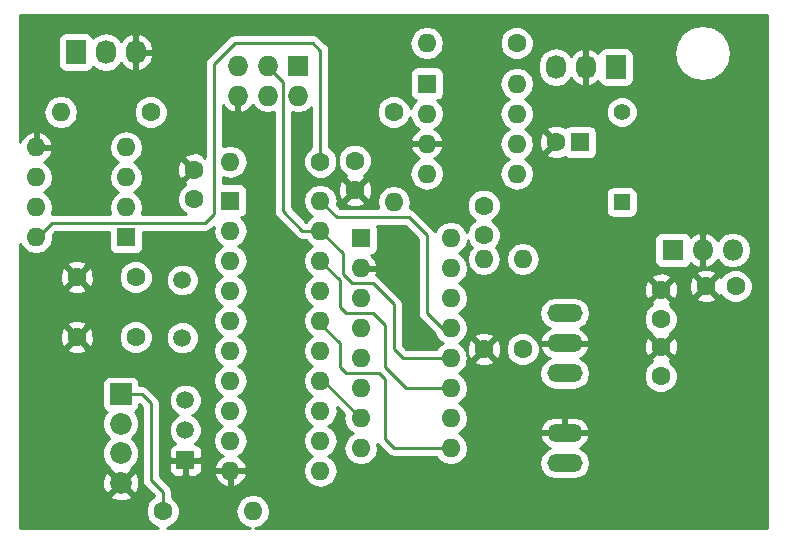
<source format=gbr>
G04 #@! TF.FileFunction,Copper,L1,Top,Signal*
%FSLAX46Y46*%
G04 Gerber Fmt 4.6, Leading zero omitted, Abs format (unit mm)*
G04 Created by KiCad (PCBNEW 4.0.7) date 01/29/18 09:34:28*
%MOMM*%
%LPD*%
G01*
G04 APERTURE LIST*
%ADD10C,0.100000*%
%ADD11R,1.850000X1.850000*%
%ADD12C,1.850000*%
%ADD13R,1.600000X1.600000*%
%ADD14O,1.600000X1.600000*%
%ADD15C,1.600000*%
%ADD16R,1.397000X1.397000*%
%ADD17C,1.397000*%
%ADD18R,1.730000X2.030000*%
%ADD19O,1.730000X2.030000*%
%ADD20R,1.727200X1.727200*%
%ADD21O,1.727200X1.727200*%
%ADD22R,1.800000X1.800000*%
%ADD23O,1.800000X1.800000*%
%ADD24O,2.999740X1.501140*%
%ADD25C,1.500000*%
%ADD26C,1.520000*%
%ADD27R,1.520000X1.520000*%
%ADD28C,0.250000*%
%ADD29C,0.254000*%
G04 APERTURE END LIST*
D10*
D11*
X102870000Y-110236000D03*
D12*
X102870000Y-112736000D03*
X102870000Y-115236000D03*
X102870000Y-117736000D03*
D13*
X123190000Y-97028000D03*
D14*
X130810000Y-114808000D03*
X123190000Y-99568000D03*
X130810000Y-112268000D03*
X123190000Y-102108000D03*
X130810000Y-109728000D03*
X123190000Y-104648000D03*
X130810000Y-107188000D03*
X123190000Y-107188000D03*
X130810000Y-104648000D03*
X123190000Y-109728000D03*
X130810000Y-102108000D03*
X123190000Y-112268000D03*
X130810000Y-99568000D03*
X123190000Y-114808000D03*
X130810000Y-97028000D03*
D15*
X136398000Y-80518000D03*
D14*
X128778000Y-80518000D03*
D13*
X141732000Y-88900000D03*
D15*
X139732000Y-88900000D03*
X104140000Y-105410000D03*
X99140000Y-105410000D03*
X109093000Y-93726000D03*
X109093000Y-91226000D03*
X122682000Y-92964000D03*
X122682000Y-90464000D03*
X133604000Y-96774000D03*
X133604000Y-94274000D03*
D16*
X145288000Y-93980000D03*
D17*
X145288000Y-86360000D03*
D18*
X144780000Y-82550000D03*
D19*
X142240000Y-82550000D03*
X139700000Y-82550000D03*
D20*
X117856000Y-82423000D03*
D21*
X117856000Y-84963000D03*
X115316000Y-82423000D03*
X115316000Y-84963000D03*
X112776000Y-82423000D03*
X112776000Y-84963000D03*
D18*
X99060000Y-81280000D03*
D19*
X101600000Y-81280000D03*
X104140000Y-81280000D03*
D15*
X119761000Y-90551000D03*
D14*
X112141000Y-90551000D03*
D15*
X136906000Y-106426000D03*
D14*
X136906000Y-98806000D03*
D15*
X133604000Y-106426000D03*
D14*
X133604000Y-98806000D03*
D15*
X125984000Y-86360000D03*
D14*
X125984000Y-93980000D03*
D15*
X105410000Y-86360000D03*
D14*
X97790000Y-86360000D03*
D22*
X149606000Y-98044000D03*
D23*
X152146000Y-98044000D03*
X154686000Y-98044000D03*
D24*
X140462000Y-116078000D03*
X140462000Y-113527840D03*
X140462000Y-108478320D03*
X140462000Y-105928200D03*
X140462000Y-103378000D03*
D13*
X112141000Y-93853000D03*
D14*
X119761000Y-116713000D03*
X112141000Y-96393000D03*
X119761000Y-114173000D03*
X112141000Y-98933000D03*
X119761000Y-111633000D03*
X112141000Y-101473000D03*
X119761000Y-109093000D03*
X112141000Y-104013000D03*
X119761000Y-106553000D03*
X112141000Y-106553000D03*
X119761000Y-104013000D03*
X112141000Y-109093000D03*
X119761000Y-101473000D03*
X112141000Y-111633000D03*
X119761000Y-98933000D03*
X112141000Y-114173000D03*
X119761000Y-96393000D03*
X112141000Y-116713000D03*
X119761000Y-93853000D03*
D13*
X128778000Y-83947000D03*
D14*
X136398000Y-91567000D03*
X128778000Y-86487000D03*
X136398000Y-89027000D03*
X128778000Y-89027000D03*
X136398000Y-86487000D03*
X128778000Y-91567000D03*
X136398000Y-83947000D03*
D13*
X103314500Y-96964500D03*
D14*
X95694500Y-89344500D03*
X103314500Y-94424500D03*
X95694500Y-91884500D03*
X103314500Y-91884500D03*
X95694500Y-94424500D03*
X103314500Y-89344500D03*
X95694500Y-96964500D03*
D25*
X108077000Y-100584000D03*
X108077000Y-105464000D03*
D15*
X106426000Y-120142000D03*
D14*
X114046000Y-120142000D03*
D15*
X104140000Y-100330000D03*
X99140000Y-100330000D03*
X154940000Y-101092000D03*
X152440000Y-101092000D03*
X148590000Y-108712000D03*
X148590000Y-106212000D03*
X148590000Y-103886000D03*
X148590000Y-101386000D03*
D26*
X108331000Y-113284000D03*
X108331000Y-110744000D03*
D27*
X108331000Y-115824000D03*
D28*
X106426000Y-120142000D02*
X106426000Y-118491000D01*
X104648000Y-110236000D02*
X102870000Y-110236000D01*
X105410000Y-110998000D02*
X104648000Y-110236000D01*
X105410000Y-117475000D02*
X105410000Y-110998000D01*
X106426000Y-118491000D02*
X105410000Y-117475000D01*
X130810000Y-104648000D02*
X130048000Y-104648000D01*
X130048000Y-104648000D02*
X128778000Y-103378000D01*
X121158000Y-95250000D02*
X119761000Y-93853000D01*
X127254000Y-95250000D02*
X121158000Y-95250000D01*
X128778000Y-96774000D02*
X127254000Y-95250000D01*
X128778000Y-103378000D02*
X128778000Y-96774000D01*
X95694500Y-96964500D02*
X95821500Y-96964500D01*
X95821500Y-96964500D02*
X97028000Y-95758000D01*
X119761000Y-81153000D02*
X119761000Y-90551000D01*
X119126000Y-80518000D02*
X119761000Y-81153000D01*
X112522000Y-80518000D02*
X119126000Y-80518000D01*
X110744000Y-82296000D02*
X112522000Y-80518000D01*
X110744000Y-92710000D02*
X110744000Y-82296000D01*
X110744000Y-94996000D02*
X110744000Y-92710000D01*
X109982000Y-95758000D02*
X110744000Y-94996000D01*
X97028000Y-95758000D02*
X109982000Y-95758000D01*
X119761000Y-98933000D02*
X121412000Y-100584000D01*
X127000000Y-109728000D02*
X130810000Y-109728000D01*
X125222000Y-107950000D02*
X127000000Y-109728000D01*
X125222000Y-104394000D02*
X125222000Y-107950000D01*
X124206000Y-103378000D02*
X125222000Y-104394000D01*
X121920000Y-103378000D02*
X124206000Y-103378000D01*
X121412000Y-102870000D02*
X121920000Y-103378000D01*
X121412000Y-100584000D02*
X121412000Y-102870000D01*
X119761000Y-96393000D02*
X121666000Y-98298000D01*
X126746000Y-107188000D02*
X130810000Y-107188000D01*
X125984000Y-106426000D02*
X126746000Y-107188000D01*
X125984000Y-102616000D02*
X125984000Y-106426000D01*
X124206000Y-100838000D02*
X125984000Y-102616000D01*
X122428000Y-100838000D02*
X124206000Y-100838000D01*
X121666000Y-100076000D02*
X122428000Y-100838000D01*
X121666000Y-98298000D02*
X121666000Y-100076000D01*
X115316000Y-82423000D02*
X115316000Y-82550000D01*
X115316000Y-82550000D02*
X116586000Y-83820000D01*
X116586000Y-83820000D02*
X116586000Y-94742000D01*
X116586000Y-94742000D02*
X118237000Y-96393000D01*
X118237000Y-96393000D02*
X119761000Y-96393000D01*
X128651000Y-86360000D02*
X128778000Y-86487000D01*
X119761000Y-109093000D02*
X120015000Y-109093000D01*
X120015000Y-109093000D02*
X123190000Y-112268000D01*
X119761000Y-104013000D02*
X119761000Y-104267000D01*
X119761000Y-104267000D02*
X121412000Y-105918000D01*
X121412000Y-105918000D02*
X121412000Y-107950000D01*
X121412000Y-107950000D02*
X121920000Y-108458000D01*
X121920000Y-108458000D02*
X124714000Y-108458000D01*
X124714000Y-108458000D02*
X125222000Y-108966000D01*
X125222000Y-108966000D02*
X125222000Y-114046000D01*
X125222000Y-114046000D02*
X125984000Y-114808000D01*
X125984000Y-114808000D02*
X130810000Y-114808000D01*
D29*
G36*
X157607000Y-121539000D02*
X114265152Y-121539000D01*
X114623264Y-121467767D01*
X115088811Y-121156698D01*
X115399880Y-120691151D01*
X115509113Y-120142000D01*
X115399880Y-119592849D01*
X115088811Y-119127302D01*
X114623264Y-118816233D01*
X114074113Y-118707000D01*
X114017887Y-118707000D01*
X113468736Y-118816233D01*
X113003189Y-119127302D01*
X112692120Y-119592849D01*
X112582887Y-120142000D01*
X112692120Y-120691151D01*
X113003189Y-121156698D01*
X113468736Y-121467767D01*
X113826848Y-121539000D01*
X106802754Y-121539000D01*
X107237800Y-121359243D01*
X107641824Y-120955923D01*
X107860750Y-120428691D01*
X107861248Y-119857813D01*
X107643243Y-119330200D01*
X107239923Y-118926176D01*
X107186000Y-118903785D01*
X107186000Y-118491000D01*
X107128148Y-118200161D01*
X106963401Y-117953599D01*
X106170000Y-117160198D01*
X106170000Y-116109750D01*
X106936000Y-116109750D01*
X106936000Y-116710310D01*
X107032673Y-116943699D01*
X107211302Y-117122327D01*
X107444691Y-117219000D01*
X108045250Y-117219000D01*
X108204000Y-117060250D01*
X108204000Y-115951000D01*
X108458000Y-115951000D01*
X108458000Y-117060250D01*
X108616750Y-117219000D01*
X109217309Y-117219000D01*
X109450698Y-117122327D01*
X109510986Y-117062039D01*
X110749096Y-117062039D01*
X110909959Y-117450423D01*
X111285866Y-117865389D01*
X111791959Y-118104914D01*
X112014000Y-117983629D01*
X112014000Y-116840000D01*
X112268000Y-116840000D01*
X112268000Y-117983629D01*
X112490041Y-118104914D01*
X112996134Y-117865389D01*
X113372041Y-117450423D01*
X113532904Y-117062039D01*
X113410915Y-116840000D01*
X112268000Y-116840000D01*
X112014000Y-116840000D01*
X110871085Y-116840000D01*
X110749096Y-117062039D01*
X109510986Y-117062039D01*
X109629327Y-116943699D01*
X109726000Y-116710310D01*
X109726000Y-116109750D01*
X109567250Y-115951000D01*
X108458000Y-115951000D01*
X108204000Y-115951000D01*
X107094750Y-115951000D01*
X106936000Y-116109750D01*
X106170000Y-116109750D01*
X106170000Y-111020265D01*
X106935758Y-111020265D01*
X107147687Y-111533172D01*
X107539764Y-111925934D01*
X107751738Y-112013954D01*
X107541828Y-112100687D01*
X107149066Y-112492764D01*
X106936242Y-113005300D01*
X106935758Y-113560265D01*
X107147687Y-114073172D01*
X107502894Y-114429000D01*
X107444691Y-114429000D01*
X107211302Y-114525673D01*
X107032673Y-114704301D01*
X106936000Y-114937690D01*
X106936000Y-115538250D01*
X107094750Y-115697000D01*
X108204000Y-115697000D01*
X108204000Y-115677000D01*
X108458000Y-115677000D01*
X108458000Y-115697000D01*
X109567250Y-115697000D01*
X109726000Y-115538250D01*
X109726000Y-114937690D01*
X109629327Y-114704301D01*
X109450698Y-114525673D01*
X109217309Y-114429000D01*
X109158552Y-114429000D01*
X109512934Y-114075236D01*
X109725758Y-113562700D01*
X109726242Y-113007735D01*
X109514313Y-112494828D01*
X109122236Y-112102066D01*
X108910262Y-112014046D01*
X109120172Y-111927313D01*
X109512934Y-111535236D01*
X109725758Y-111022700D01*
X109726242Y-110467735D01*
X109514313Y-109954828D01*
X109122236Y-109562066D01*
X108609700Y-109349242D01*
X108054735Y-109348758D01*
X107541828Y-109560687D01*
X107149066Y-109952764D01*
X106936242Y-110465300D01*
X106935758Y-111020265D01*
X106170000Y-111020265D01*
X106170000Y-110998000D01*
X106112148Y-110707161D01*
X105947401Y-110460599D01*
X105185401Y-109698599D01*
X104938839Y-109533852D01*
X104648000Y-109476000D01*
X104442440Y-109476000D01*
X104442440Y-109311000D01*
X104398162Y-109075683D01*
X104259090Y-108859559D01*
X104046890Y-108714569D01*
X103795000Y-108663560D01*
X101945000Y-108663560D01*
X101709683Y-108707838D01*
X101493559Y-108846910D01*
X101348569Y-109059110D01*
X101297560Y-109311000D01*
X101297560Y-111161000D01*
X101341838Y-111396317D01*
X101480910Y-111612441D01*
X101662874Y-111736771D01*
X101548268Y-111851177D01*
X101310272Y-112424336D01*
X101309730Y-113044942D01*
X101546725Y-113618514D01*
X101913826Y-113986256D01*
X101548268Y-114351177D01*
X101310272Y-114924336D01*
X101309730Y-115544942D01*
X101546725Y-116118514D01*
X101980574Y-116553121D01*
X101951349Y-116637744D01*
X102870000Y-117556395D01*
X103788651Y-116637744D01*
X103759235Y-116552566D01*
X104191732Y-116120823D01*
X104429728Y-115547664D01*
X104430270Y-114927058D01*
X104193275Y-114353486D01*
X103826174Y-113985744D01*
X104191732Y-113620823D01*
X104429728Y-113047664D01*
X104430270Y-112427058D01*
X104193275Y-111853486D01*
X104075246Y-111735251D01*
X104246441Y-111625090D01*
X104391431Y-111412890D01*
X104442440Y-111161000D01*
X104442440Y-111105242D01*
X104650000Y-111312802D01*
X104650000Y-117475000D01*
X104707852Y-117765839D01*
X104872599Y-118012401D01*
X105666000Y-118805802D01*
X105666000Y-118903354D01*
X105614200Y-118924757D01*
X105210176Y-119328077D01*
X104991250Y-119855309D01*
X104990752Y-120426187D01*
X105208757Y-120953800D01*
X105612077Y-121357824D01*
X106048397Y-121539000D01*
X94361000Y-121539000D01*
X94361000Y-118834256D01*
X101951349Y-118834256D01*
X102040821Y-119093332D01*
X102623368Y-119307325D01*
X103243461Y-119282097D01*
X103699179Y-119093332D01*
X103788651Y-118834256D01*
X102870000Y-117915605D01*
X101951349Y-118834256D01*
X94361000Y-118834256D01*
X94361000Y-117489368D01*
X101298675Y-117489368D01*
X101323903Y-118109461D01*
X101512668Y-118565179D01*
X101771744Y-118654651D01*
X102690395Y-117736000D01*
X103049605Y-117736000D01*
X103968256Y-118654651D01*
X104227332Y-118565179D01*
X104441325Y-117982632D01*
X104416097Y-117362539D01*
X104227332Y-116906821D01*
X103968256Y-116817349D01*
X103049605Y-117736000D01*
X102690395Y-117736000D01*
X101771744Y-116817349D01*
X101512668Y-116906821D01*
X101298675Y-117489368D01*
X94361000Y-117489368D01*
X94361000Y-106417745D01*
X98311861Y-106417745D01*
X98385995Y-106663864D01*
X98923223Y-106856965D01*
X99493454Y-106829778D01*
X99894005Y-106663864D01*
X99968139Y-106417745D01*
X99140000Y-105589605D01*
X98311861Y-106417745D01*
X94361000Y-106417745D01*
X94361000Y-105193223D01*
X97693035Y-105193223D01*
X97720222Y-105763454D01*
X97886136Y-106164005D01*
X98132255Y-106238139D01*
X98960395Y-105410000D01*
X99319605Y-105410000D01*
X100147745Y-106238139D01*
X100393864Y-106164005D01*
X100562735Y-105694187D01*
X102704752Y-105694187D01*
X102922757Y-106221800D01*
X103326077Y-106625824D01*
X103853309Y-106844750D01*
X104424187Y-106845248D01*
X104951800Y-106627243D01*
X105355824Y-106223923D01*
X105557478Y-105738285D01*
X106691760Y-105738285D01*
X106902169Y-106247515D01*
X107291436Y-106637461D01*
X107800298Y-106848759D01*
X108351285Y-106849240D01*
X108860515Y-106638831D01*
X109250461Y-106249564D01*
X109461759Y-105740702D01*
X109462240Y-105189715D01*
X109251831Y-104680485D01*
X108862564Y-104290539D01*
X108353702Y-104079241D01*
X107802715Y-104078760D01*
X107293485Y-104289169D01*
X106903539Y-104678436D01*
X106692241Y-105187298D01*
X106691760Y-105738285D01*
X105557478Y-105738285D01*
X105574750Y-105696691D01*
X105575248Y-105125813D01*
X105357243Y-104598200D01*
X104953923Y-104194176D01*
X104426691Y-103975250D01*
X103855813Y-103974752D01*
X103328200Y-104192757D01*
X102924176Y-104596077D01*
X102705250Y-105123309D01*
X102704752Y-105694187D01*
X100562735Y-105694187D01*
X100586965Y-105626777D01*
X100559778Y-105056546D01*
X100393864Y-104655995D01*
X100147745Y-104581861D01*
X99319605Y-105410000D01*
X98960395Y-105410000D01*
X98132255Y-104581861D01*
X97886136Y-104655995D01*
X97693035Y-105193223D01*
X94361000Y-105193223D01*
X94361000Y-104402255D01*
X98311861Y-104402255D01*
X99140000Y-105230395D01*
X99968139Y-104402255D01*
X99894005Y-104156136D01*
X99356777Y-103963035D01*
X98786546Y-103990222D01*
X98385995Y-104156136D01*
X98311861Y-104402255D01*
X94361000Y-104402255D01*
X94361000Y-101337745D01*
X98311861Y-101337745D01*
X98385995Y-101583864D01*
X98923223Y-101776965D01*
X99493454Y-101749778D01*
X99894005Y-101583864D01*
X99968139Y-101337745D01*
X99140000Y-100509605D01*
X98311861Y-101337745D01*
X94361000Y-101337745D01*
X94361000Y-100113223D01*
X97693035Y-100113223D01*
X97720222Y-100683454D01*
X97886136Y-101084005D01*
X98132255Y-101158139D01*
X98960395Y-100330000D01*
X99319605Y-100330000D01*
X100147745Y-101158139D01*
X100393864Y-101084005D01*
X100562735Y-100614187D01*
X102704752Y-100614187D01*
X102922757Y-101141800D01*
X103326077Y-101545824D01*
X103853309Y-101764750D01*
X104424187Y-101765248D01*
X104951800Y-101547243D01*
X105355824Y-101143923D01*
X105474431Y-100858285D01*
X106691760Y-100858285D01*
X106902169Y-101367515D01*
X107291436Y-101757461D01*
X107800298Y-101968759D01*
X108351285Y-101969240D01*
X108860515Y-101758831D01*
X109250461Y-101369564D01*
X109461759Y-100860702D01*
X109462240Y-100309715D01*
X109251831Y-99800485D01*
X108862564Y-99410539D01*
X108353702Y-99199241D01*
X107802715Y-99198760D01*
X107293485Y-99409169D01*
X106903539Y-99798436D01*
X106692241Y-100307298D01*
X106691760Y-100858285D01*
X105474431Y-100858285D01*
X105574750Y-100616691D01*
X105575248Y-100045813D01*
X105357243Y-99518200D01*
X104953923Y-99114176D01*
X104426691Y-98895250D01*
X103855813Y-98894752D01*
X103328200Y-99112757D01*
X102924176Y-99516077D01*
X102705250Y-100043309D01*
X102704752Y-100614187D01*
X100562735Y-100614187D01*
X100586965Y-100546777D01*
X100559778Y-99976546D01*
X100393864Y-99575995D01*
X100147745Y-99501861D01*
X99319605Y-100330000D01*
X98960395Y-100330000D01*
X98132255Y-99501861D01*
X97886136Y-99575995D01*
X97693035Y-100113223D01*
X94361000Y-100113223D01*
X94361000Y-99322255D01*
X98311861Y-99322255D01*
X99140000Y-100150395D01*
X99968139Y-99322255D01*
X99894005Y-99076136D01*
X99356777Y-98883035D01*
X98786546Y-98910222D01*
X98385995Y-99076136D01*
X98311861Y-99322255D01*
X94361000Y-99322255D01*
X94361000Y-97544152D01*
X94651689Y-97979198D01*
X95117236Y-98290267D01*
X95666387Y-98399500D01*
X95722613Y-98399500D01*
X96271764Y-98290267D01*
X96737311Y-97979198D01*
X97048380Y-97513651D01*
X97157613Y-96964500D01*
X97114259Y-96746543D01*
X97342802Y-96518000D01*
X101867060Y-96518000D01*
X101867060Y-97764500D01*
X101911338Y-97999817D01*
X102050410Y-98215941D01*
X102262610Y-98360931D01*
X102514500Y-98411940D01*
X104114500Y-98411940D01*
X104349817Y-98367662D01*
X104565941Y-98228590D01*
X104710931Y-98016390D01*
X104761940Y-97764500D01*
X104761940Y-96518000D01*
X109982000Y-96518000D01*
X110272839Y-96460148D01*
X110519401Y-96295401D01*
X110741474Y-96073328D01*
X110677887Y-96393000D01*
X110787120Y-96942151D01*
X111098189Y-97407698D01*
X111480275Y-97663000D01*
X111098189Y-97918302D01*
X110787120Y-98383849D01*
X110677887Y-98933000D01*
X110787120Y-99482151D01*
X111098189Y-99947698D01*
X111480275Y-100203000D01*
X111098189Y-100458302D01*
X110787120Y-100923849D01*
X110677887Y-101473000D01*
X110787120Y-102022151D01*
X111098189Y-102487698D01*
X111480275Y-102743000D01*
X111098189Y-102998302D01*
X110787120Y-103463849D01*
X110677887Y-104013000D01*
X110787120Y-104562151D01*
X111098189Y-105027698D01*
X111480275Y-105283000D01*
X111098189Y-105538302D01*
X110787120Y-106003849D01*
X110677887Y-106553000D01*
X110787120Y-107102151D01*
X111098189Y-107567698D01*
X111480275Y-107823000D01*
X111098189Y-108078302D01*
X110787120Y-108543849D01*
X110677887Y-109093000D01*
X110787120Y-109642151D01*
X111098189Y-110107698D01*
X111480275Y-110363000D01*
X111098189Y-110618302D01*
X110787120Y-111083849D01*
X110677887Y-111633000D01*
X110787120Y-112182151D01*
X111098189Y-112647698D01*
X111480275Y-112903000D01*
X111098189Y-113158302D01*
X110787120Y-113623849D01*
X110677887Y-114173000D01*
X110787120Y-114722151D01*
X111098189Y-115187698D01*
X111502703Y-115457986D01*
X111285866Y-115560611D01*
X110909959Y-115975577D01*
X110749096Y-116363961D01*
X110871085Y-116586000D01*
X112014000Y-116586000D01*
X112014000Y-116566000D01*
X112268000Y-116566000D01*
X112268000Y-116586000D01*
X113410915Y-116586000D01*
X113532904Y-116363961D01*
X113372041Y-115975577D01*
X112996134Y-115560611D01*
X112779297Y-115457986D01*
X113183811Y-115187698D01*
X113494880Y-114722151D01*
X113604113Y-114173000D01*
X113494880Y-113623849D01*
X113183811Y-113158302D01*
X112801725Y-112903000D01*
X113183811Y-112647698D01*
X113494880Y-112182151D01*
X113604113Y-111633000D01*
X113494880Y-111083849D01*
X113183811Y-110618302D01*
X112801725Y-110363000D01*
X113183811Y-110107698D01*
X113494880Y-109642151D01*
X113604113Y-109093000D01*
X113494880Y-108543849D01*
X113183811Y-108078302D01*
X112801725Y-107823000D01*
X113183811Y-107567698D01*
X113494880Y-107102151D01*
X113604113Y-106553000D01*
X113494880Y-106003849D01*
X113183811Y-105538302D01*
X112801725Y-105283000D01*
X113183811Y-105027698D01*
X113494880Y-104562151D01*
X113604113Y-104013000D01*
X113494880Y-103463849D01*
X113183811Y-102998302D01*
X112801725Y-102743000D01*
X113183811Y-102487698D01*
X113494880Y-102022151D01*
X113604113Y-101473000D01*
X113494880Y-100923849D01*
X113183811Y-100458302D01*
X112801725Y-100203000D01*
X113183811Y-99947698D01*
X113494880Y-99482151D01*
X113604113Y-98933000D01*
X113494880Y-98383849D01*
X113183811Y-97918302D01*
X112801725Y-97663000D01*
X113183811Y-97407698D01*
X113494880Y-96942151D01*
X113604113Y-96393000D01*
X113494880Y-95843849D01*
X113183811Y-95378302D01*
X113039535Y-95281899D01*
X113176317Y-95256162D01*
X113392441Y-95117090D01*
X113537431Y-94904890D01*
X113588440Y-94653000D01*
X113588440Y-93053000D01*
X113544162Y-92817683D01*
X113405090Y-92601559D01*
X113192890Y-92456569D01*
X112941000Y-92405560D01*
X111504000Y-92405560D01*
X111504000Y-91836853D01*
X111563736Y-91876767D01*
X112112887Y-91986000D01*
X112169113Y-91986000D01*
X112718264Y-91876767D01*
X113183811Y-91565698D01*
X113494880Y-91100151D01*
X113604113Y-90551000D01*
X113494880Y-90001849D01*
X113183811Y-89536302D01*
X112718264Y-89225233D01*
X112169113Y-89116000D01*
X112112887Y-89116000D01*
X111563736Y-89225233D01*
X111504000Y-89265147D01*
X111504000Y-85749657D01*
X111887510Y-86169821D01*
X112416973Y-86417968D01*
X112649000Y-86297469D01*
X112649000Y-85090000D01*
X112629000Y-85090000D01*
X112629000Y-84836000D01*
X112649000Y-84836000D01*
X112649000Y-84816000D01*
X112903000Y-84816000D01*
X112903000Y-84836000D01*
X112923000Y-84836000D01*
X112923000Y-85090000D01*
X112903000Y-85090000D01*
X112903000Y-86297469D01*
X113135027Y-86417968D01*
X113664490Y-86169821D01*
X114046008Y-85751839D01*
X114226971Y-86022670D01*
X114713152Y-86347526D01*
X115286641Y-86461600D01*
X115345359Y-86461600D01*
X115826000Y-86365995D01*
X115826000Y-94742000D01*
X115883852Y-95032839D01*
X116048599Y-95279401D01*
X117699599Y-96930401D01*
X117946161Y-97095148D01*
X118237000Y-97153000D01*
X118548005Y-97153000D01*
X118718189Y-97407698D01*
X119100275Y-97663000D01*
X118718189Y-97918302D01*
X118407120Y-98383849D01*
X118297887Y-98933000D01*
X118407120Y-99482151D01*
X118718189Y-99947698D01*
X119100275Y-100203000D01*
X118718189Y-100458302D01*
X118407120Y-100923849D01*
X118297887Y-101473000D01*
X118407120Y-102022151D01*
X118718189Y-102487698D01*
X119100275Y-102743000D01*
X118718189Y-102998302D01*
X118407120Y-103463849D01*
X118297887Y-104013000D01*
X118407120Y-104562151D01*
X118718189Y-105027698D01*
X119100275Y-105283000D01*
X118718189Y-105538302D01*
X118407120Y-106003849D01*
X118297887Y-106553000D01*
X118407120Y-107102151D01*
X118718189Y-107567698D01*
X119100275Y-107823000D01*
X118718189Y-108078302D01*
X118407120Y-108543849D01*
X118297887Y-109093000D01*
X118407120Y-109642151D01*
X118718189Y-110107698D01*
X119100275Y-110363000D01*
X118718189Y-110618302D01*
X118407120Y-111083849D01*
X118297887Y-111633000D01*
X118407120Y-112182151D01*
X118718189Y-112647698D01*
X119100275Y-112903000D01*
X118718189Y-113158302D01*
X118407120Y-113623849D01*
X118297887Y-114173000D01*
X118407120Y-114722151D01*
X118718189Y-115187698D01*
X119100275Y-115443000D01*
X118718189Y-115698302D01*
X118407120Y-116163849D01*
X118297887Y-116713000D01*
X118407120Y-117262151D01*
X118718189Y-117727698D01*
X119183736Y-118038767D01*
X119732887Y-118148000D01*
X119789113Y-118148000D01*
X120338264Y-118038767D01*
X120803811Y-117727698D01*
X121114880Y-117262151D01*
X121224113Y-116713000D01*
X121114880Y-116163849D01*
X120803811Y-115698302D01*
X120421725Y-115443000D01*
X120803811Y-115187698D01*
X121114880Y-114722151D01*
X121224113Y-114173000D01*
X121114880Y-113623849D01*
X120803811Y-113158302D01*
X120421725Y-112903000D01*
X120803811Y-112647698D01*
X121114880Y-112182151D01*
X121224113Y-111633000D01*
X121160526Y-111313328D01*
X121791312Y-111944114D01*
X121726887Y-112268000D01*
X121836120Y-112817151D01*
X122147189Y-113282698D01*
X122529275Y-113538000D01*
X122147189Y-113793302D01*
X121836120Y-114258849D01*
X121726887Y-114808000D01*
X121836120Y-115357151D01*
X122147189Y-115822698D01*
X122612736Y-116133767D01*
X123161887Y-116243000D01*
X123218113Y-116243000D01*
X123767264Y-116133767D01*
X124232811Y-115822698D01*
X124543880Y-115357151D01*
X124653113Y-114808000D01*
X124576154Y-114421101D01*
X124684599Y-114583401D01*
X125446599Y-115345401D01*
X125693161Y-115510148D01*
X125984000Y-115568000D01*
X129597005Y-115568000D01*
X129767189Y-115822698D01*
X130232736Y-116133767D01*
X130781887Y-116243000D01*
X130838113Y-116243000D01*
X131387264Y-116133767D01*
X131470725Y-116078000D01*
X138285305Y-116078000D01*
X138390775Y-116608235D01*
X138691129Y-117057746D01*
X139140640Y-117358100D01*
X139670875Y-117463570D01*
X141253125Y-117463570D01*
X141783360Y-117358100D01*
X142232871Y-117057746D01*
X142533225Y-116608235D01*
X142638695Y-116078000D01*
X142533225Y-115547765D01*
X142232871Y-115098254D01*
X141783360Y-114797900D01*
X141750598Y-114791383D01*
X141858867Y-114759339D01*
X142280848Y-114417784D01*
X142540000Y-113940743D01*
X142554183Y-113869115D01*
X142431529Y-113654840D01*
X140589000Y-113654840D01*
X140589000Y-113674840D01*
X140335000Y-113674840D01*
X140335000Y-113654840D01*
X138492471Y-113654840D01*
X138369817Y-113869115D01*
X138384000Y-113940743D01*
X138643152Y-114417784D01*
X139065133Y-114759339D01*
X139173402Y-114791383D01*
X139140640Y-114797900D01*
X138691129Y-115098254D01*
X138390775Y-115547765D01*
X138285305Y-116078000D01*
X131470725Y-116078000D01*
X131852811Y-115822698D01*
X132163880Y-115357151D01*
X132273113Y-114808000D01*
X132163880Y-114258849D01*
X131852811Y-113793302D01*
X131470725Y-113538000D01*
X131852811Y-113282698D01*
X131917045Y-113186565D01*
X138369817Y-113186565D01*
X138492471Y-113400840D01*
X140335000Y-113400840D01*
X140335000Y-112142270D01*
X140589000Y-112142270D01*
X140589000Y-113400840D01*
X142431529Y-113400840D01*
X142554183Y-113186565D01*
X142540000Y-113114937D01*
X142280848Y-112637896D01*
X141858867Y-112296341D01*
X141338300Y-112142270D01*
X140589000Y-112142270D01*
X140335000Y-112142270D01*
X139585700Y-112142270D01*
X139065133Y-112296341D01*
X138643152Y-112637896D01*
X138384000Y-113114937D01*
X138369817Y-113186565D01*
X131917045Y-113186565D01*
X132163880Y-112817151D01*
X132273113Y-112268000D01*
X132163880Y-111718849D01*
X131852811Y-111253302D01*
X131470725Y-110998000D01*
X131852811Y-110742698D01*
X132163880Y-110277151D01*
X132273113Y-109728000D01*
X132163880Y-109178849D01*
X131852811Y-108713302D01*
X131501136Y-108478320D01*
X138285305Y-108478320D01*
X138390775Y-109008555D01*
X138691129Y-109458066D01*
X139140640Y-109758420D01*
X139670875Y-109863890D01*
X141253125Y-109863890D01*
X141783360Y-109758420D01*
X142232871Y-109458066D01*
X142533225Y-109008555D01*
X142535685Y-108996187D01*
X147154752Y-108996187D01*
X147372757Y-109523800D01*
X147776077Y-109927824D01*
X148303309Y-110146750D01*
X148874187Y-110147248D01*
X149401800Y-109929243D01*
X149805824Y-109525923D01*
X150024750Y-108998691D01*
X150025248Y-108427813D01*
X149807243Y-107900200D01*
X149403923Y-107496176D01*
X149337456Y-107468577D01*
X149344005Y-107465864D01*
X149418139Y-107219745D01*
X148590000Y-106391605D01*
X147761861Y-107219745D01*
X147835995Y-107465864D01*
X147842483Y-107468196D01*
X147778200Y-107494757D01*
X147374176Y-107898077D01*
X147155250Y-108425309D01*
X147154752Y-108996187D01*
X142535685Y-108996187D01*
X142638695Y-108478320D01*
X142533225Y-107948085D01*
X142232871Y-107498574D01*
X141783360Y-107198220D01*
X141750679Y-107191719D01*
X141858867Y-107159699D01*
X142280848Y-106818144D01*
X142540000Y-106341103D01*
X142554183Y-106269475D01*
X142431529Y-106055200D01*
X140589000Y-106055200D01*
X140589000Y-106075200D01*
X140335000Y-106075200D01*
X140335000Y-106055200D01*
X138492471Y-106055200D01*
X138369817Y-106269475D01*
X138384000Y-106341103D01*
X138643152Y-106818144D01*
X139065133Y-107159699D01*
X139173321Y-107191719D01*
X139140640Y-107198220D01*
X138691129Y-107498574D01*
X138390775Y-107948085D01*
X138285305Y-108478320D01*
X131501136Y-108478320D01*
X131470725Y-108458000D01*
X131852811Y-108202698D01*
X132163880Y-107737151D01*
X132224231Y-107433745D01*
X132775861Y-107433745D01*
X132849995Y-107679864D01*
X133387223Y-107872965D01*
X133957454Y-107845778D01*
X134358005Y-107679864D01*
X134432139Y-107433745D01*
X133604000Y-106605605D01*
X132775861Y-107433745D01*
X132224231Y-107433745D01*
X132273113Y-107188000D01*
X132198894Y-106814874D01*
X132350136Y-107180005D01*
X132596255Y-107254139D01*
X133424395Y-106426000D01*
X133783605Y-106426000D01*
X134611745Y-107254139D01*
X134857864Y-107180005D01*
X135026735Y-106710187D01*
X135470752Y-106710187D01*
X135688757Y-107237800D01*
X136092077Y-107641824D01*
X136619309Y-107860750D01*
X137190187Y-107861248D01*
X137717800Y-107643243D01*
X138121824Y-107239923D01*
X138340750Y-106712691D01*
X138341248Y-106141813D01*
X138280679Y-105995223D01*
X147143035Y-105995223D01*
X147170222Y-106565454D01*
X147336136Y-106966005D01*
X147582255Y-107040139D01*
X148410395Y-106212000D01*
X148769605Y-106212000D01*
X149597745Y-107040139D01*
X149843864Y-106966005D01*
X150036965Y-106428777D01*
X150009778Y-105858546D01*
X149843864Y-105457995D01*
X149597745Y-105383861D01*
X148769605Y-106212000D01*
X148410395Y-106212000D01*
X147582255Y-105383861D01*
X147336136Y-105457995D01*
X147143035Y-105995223D01*
X138280679Y-105995223D01*
X138123243Y-105614200D01*
X137719923Y-105210176D01*
X137192691Y-104991250D01*
X136621813Y-104990752D01*
X136094200Y-105208757D01*
X135690176Y-105612077D01*
X135471250Y-106139309D01*
X135470752Y-106710187D01*
X135026735Y-106710187D01*
X135050965Y-106642777D01*
X135023778Y-106072546D01*
X134857864Y-105671995D01*
X134611745Y-105597861D01*
X133783605Y-106426000D01*
X133424395Y-106426000D01*
X132596255Y-105597861D01*
X132350136Y-105671995D01*
X132157035Y-106209223D01*
X132181818Y-106729029D01*
X132163880Y-106638849D01*
X131852811Y-106173302D01*
X131470725Y-105918000D01*
X131852811Y-105662698D01*
X132016142Y-105418255D01*
X132775861Y-105418255D01*
X133604000Y-106246395D01*
X134432139Y-105418255D01*
X134358005Y-105172136D01*
X133820777Y-104979035D01*
X133250546Y-105006222D01*
X132849995Y-105172136D01*
X132775861Y-105418255D01*
X132016142Y-105418255D01*
X132163880Y-105197151D01*
X132273113Y-104648000D01*
X132163880Y-104098849D01*
X131852811Y-103633302D01*
X131470725Y-103378000D01*
X138285305Y-103378000D01*
X138390775Y-103908235D01*
X138691129Y-104357746D01*
X139140640Y-104658100D01*
X139173483Y-104664633D01*
X139065133Y-104696701D01*
X138643152Y-105038256D01*
X138384000Y-105515297D01*
X138369817Y-105586925D01*
X138492471Y-105801200D01*
X140335000Y-105801200D01*
X140335000Y-105781200D01*
X140589000Y-105781200D01*
X140589000Y-105801200D01*
X142431529Y-105801200D01*
X142554183Y-105586925D01*
X142540000Y-105515297D01*
X142280848Y-105038256D01*
X141858867Y-104696701D01*
X141750517Y-104664633D01*
X141783360Y-104658100D01*
X142232871Y-104357746D01*
X142358194Y-104170187D01*
X147154752Y-104170187D01*
X147372757Y-104697800D01*
X147776077Y-105101824D01*
X147790865Y-105107964D01*
X147761861Y-105204255D01*
X148590000Y-106032395D01*
X149418139Y-105204255D01*
X149389272Y-105108419D01*
X149401800Y-105103243D01*
X149805824Y-104699923D01*
X150024750Y-104172691D01*
X150025248Y-103601813D01*
X149807243Y-103074200D01*
X149403923Y-102670176D01*
X149337456Y-102642577D01*
X149344005Y-102639864D01*
X149418139Y-102393745D01*
X148590000Y-101565605D01*
X147761861Y-102393745D01*
X147835995Y-102639864D01*
X147842483Y-102642196D01*
X147778200Y-102668757D01*
X147374176Y-103072077D01*
X147155250Y-103599309D01*
X147154752Y-104170187D01*
X142358194Y-104170187D01*
X142533225Y-103908235D01*
X142638695Y-103378000D01*
X142533225Y-102847765D01*
X142232871Y-102398254D01*
X141783360Y-102097900D01*
X141253125Y-101992430D01*
X139670875Y-101992430D01*
X139140640Y-102097900D01*
X138691129Y-102398254D01*
X138390775Y-102847765D01*
X138285305Y-103378000D01*
X131470725Y-103378000D01*
X131852811Y-103122698D01*
X132163880Y-102657151D01*
X132273113Y-102108000D01*
X132163880Y-101558849D01*
X131903540Y-101169223D01*
X147143035Y-101169223D01*
X147170222Y-101739454D01*
X147336136Y-102140005D01*
X147582255Y-102214139D01*
X148410395Y-101386000D01*
X148769605Y-101386000D01*
X149597745Y-102214139D01*
X149843864Y-102140005D01*
X149858335Y-102099745D01*
X151611861Y-102099745D01*
X151685995Y-102345864D01*
X152223223Y-102538965D01*
X152793454Y-102511778D01*
X153194005Y-102345864D01*
X153268139Y-102099745D01*
X152440000Y-101271605D01*
X151611861Y-102099745D01*
X149858335Y-102099745D01*
X150036965Y-101602777D01*
X150009778Y-101032546D01*
X149944613Y-100875223D01*
X150993035Y-100875223D01*
X151020222Y-101445454D01*
X151186136Y-101846005D01*
X151432255Y-101920139D01*
X152260395Y-101092000D01*
X152619605Y-101092000D01*
X153447745Y-101920139D01*
X153693864Y-101846005D01*
X153696196Y-101839517D01*
X153722757Y-101903800D01*
X154126077Y-102307824D01*
X154653309Y-102526750D01*
X155224187Y-102527248D01*
X155751800Y-102309243D01*
X156155824Y-101905923D01*
X156374750Y-101378691D01*
X156375248Y-100807813D01*
X156157243Y-100280200D01*
X155753923Y-99876176D01*
X155226691Y-99657250D01*
X154655813Y-99656752D01*
X154128200Y-99874757D01*
X153724176Y-100278077D01*
X153696577Y-100344544D01*
X153693864Y-100337995D01*
X153447745Y-100263861D01*
X152619605Y-101092000D01*
X152260395Y-101092000D01*
X151432255Y-100263861D01*
X151186136Y-100337995D01*
X150993035Y-100875223D01*
X149944613Y-100875223D01*
X149843864Y-100631995D01*
X149597745Y-100557861D01*
X148769605Y-101386000D01*
X148410395Y-101386000D01*
X147582255Y-100557861D01*
X147336136Y-100631995D01*
X147143035Y-101169223D01*
X131903540Y-101169223D01*
X131852811Y-101093302D01*
X131470725Y-100838000D01*
X131852811Y-100582698D01*
X131989415Y-100378255D01*
X147761861Y-100378255D01*
X148590000Y-101206395D01*
X149418139Y-100378255D01*
X149344005Y-100132136D01*
X149210795Y-100084255D01*
X151611861Y-100084255D01*
X152440000Y-100912395D01*
X153268139Y-100084255D01*
X153194005Y-99838136D01*
X152656777Y-99645035D01*
X152086546Y-99672222D01*
X151685995Y-99838136D01*
X151611861Y-100084255D01*
X149210795Y-100084255D01*
X148806777Y-99939035D01*
X148236546Y-99966222D01*
X147835995Y-100132136D01*
X147761861Y-100378255D01*
X131989415Y-100378255D01*
X132163880Y-100117151D01*
X132273113Y-99568000D01*
X132163880Y-99018849D01*
X131852811Y-98553302D01*
X131470725Y-98298000D01*
X131852811Y-98042698D01*
X132163880Y-97577151D01*
X132235146Y-97218873D01*
X132386757Y-97585800D01*
X132579091Y-97778470D01*
X132278233Y-98228736D01*
X132169000Y-98777887D01*
X132169000Y-98834113D01*
X132278233Y-99383264D01*
X132589302Y-99848811D01*
X133054849Y-100159880D01*
X133604000Y-100269113D01*
X134153151Y-100159880D01*
X134618698Y-99848811D01*
X134929767Y-99383264D01*
X135039000Y-98834113D01*
X135039000Y-98777887D01*
X135471000Y-98777887D01*
X135471000Y-98834113D01*
X135580233Y-99383264D01*
X135891302Y-99848811D01*
X136356849Y-100159880D01*
X136906000Y-100269113D01*
X137455151Y-100159880D01*
X137920698Y-99848811D01*
X138231767Y-99383264D01*
X138341000Y-98834113D01*
X138341000Y-98777887D01*
X138231767Y-98228736D01*
X137920698Y-97763189D01*
X137455151Y-97452120D01*
X136906000Y-97342887D01*
X136356849Y-97452120D01*
X135891302Y-97763189D01*
X135580233Y-98228736D01*
X135471000Y-98777887D01*
X135039000Y-98777887D01*
X134929767Y-98228736D01*
X134628923Y-97778492D01*
X134819824Y-97587923D01*
X135004157Y-97144000D01*
X148058560Y-97144000D01*
X148058560Y-98944000D01*
X148102838Y-99179317D01*
X148241910Y-99395441D01*
X148454110Y-99540431D01*
X148706000Y-99591440D01*
X150506000Y-99591440D01*
X150741317Y-99547162D01*
X150957441Y-99408090D01*
X151102431Y-99195890D01*
X151112766Y-99144854D01*
X151238424Y-99281966D01*
X151781258Y-99535046D01*
X152019000Y-99414997D01*
X152019000Y-98171000D01*
X151999000Y-98171000D01*
X151999000Y-97917000D01*
X152019000Y-97917000D01*
X152019000Y-96673003D01*
X152273000Y-96673003D01*
X152273000Y-97917000D01*
X152293000Y-97917000D01*
X152293000Y-98171000D01*
X152273000Y-98171000D01*
X152273000Y-99414997D01*
X152510742Y-99535046D01*
X153053576Y-99281966D01*
X153411499Y-98891418D01*
X153570519Y-99129409D01*
X154068509Y-99462155D01*
X154655928Y-99579000D01*
X154716072Y-99579000D01*
X155303491Y-99462155D01*
X155801481Y-99129409D01*
X156134227Y-98631419D01*
X156251072Y-98044000D01*
X156134227Y-97456581D01*
X155801481Y-96958591D01*
X155303491Y-96625845D01*
X154716072Y-96509000D01*
X154655928Y-96509000D01*
X154068509Y-96625845D01*
X153570519Y-96958591D01*
X153411499Y-97196582D01*
X153053576Y-96806034D01*
X152510742Y-96552954D01*
X152273000Y-96673003D01*
X152019000Y-96673003D01*
X151781258Y-96552954D01*
X151238424Y-96806034D01*
X151115156Y-96940538D01*
X151109162Y-96908683D01*
X150970090Y-96692559D01*
X150757890Y-96547569D01*
X150506000Y-96496560D01*
X148706000Y-96496560D01*
X148470683Y-96540838D01*
X148254559Y-96679910D01*
X148109569Y-96892110D01*
X148058560Y-97144000D01*
X135004157Y-97144000D01*
X135038750Y-97060691D01*
X135039248Y-96489813D01*
X134821243Y-95962200D01*
X134417923Y-95558176D01*
X134336069Y-95524187D01*
X134415800Y-95491243D01*
X134819824Y-95087923D01*
X135038750Y-94560691D01*
X135039248Y-93989813D01*
X134821243Y-93462200D01*
X134640858Y-93281500D01*
X143942060Y-93281500D01*
X143942060Y-94678500D01*
X143986338Y-94913817D01*
X144125410Y-95129941D01*
X144337610Y-95274931D01*
X144589500Y-95325940D01*
X145986500Y-95325940D01*
X146221817Y-95281662D01*
X146437941Y-95142590D01*
X146582931Y-94930390D01*
X146633940Y-94678500D01*
X146633940Y-93281500D01*
X146589662Y-93046183D01*
X146450590Y-92830059D01*
X146238390Y-92685069D01*
X145986500Y-92634060D01*
X144589500Y-92634060D01*
X144354183Y-92678338D01*
X144138059Y-92817410D01*
X143993069Y-93029610D01*
X143942060Y-93281500D01*
X134640858Y-93281500D01*
X134417923Y-93058176D01*
X133890691Y-92839250D01*
X133319813Y-92838752D01*
X132792200Y-93056757D01*
X132388176Y-93460077D01*
X132169250Y-93987309D01*
X132168752Y-94558187D01*
X132386757Y-95085800D01*
X132790077Y-95489824D01*
X132871931Y-95523813D01*
X132792200Y-95556757D01*
X132388176Y-95960077D01*
X132169250Y-96487309D01*
X132169234Y-96505765D01*
X132163880Y-96478849D01*
X131852811Y-96013302D01*
X131387264Y-95702233D01*
X130838113Y-95593000D01*
X130781887Y-95593000D01*
X130232736Y-95702233D01*
X129767189Y-96013302D01*
X129466694Y-96463024D01*
X129315401Y-96236599D01*
X127791401Y-94712599D01*
X127544839Y-94547852D01*
X127320515Y-94503231D01*
X127419000Y-94008113D01*
X127419000Y-93951887D01*
X127309767Y-93402736D01*
X126998698Y-92937189D01*
X126533151Y-92626120D01*
X125984000Y-92516887D01*
X125434849Y-92626120D01*
X124969302Y-92937189D01*
X124658233Y-93402736D01*
X124549000Y-93951887D01*
X124549000Y-94008113D01*
X124644853Y-94490000D01*
X121472802Y-94490000D01*
X121159688Y-94176886D01*
X121200493Y-93971745D01*
X121853861Y-93971745D01*
X121927995Y-94217864D01*
X122465223Y-94410965D01*
X123035454Y-94383778D01*
X123436005Y-94217864D01*
X123510139Y-93971745D01*
X122682000Y-93143605D01*
X121853861Y-93971745D01*
X121200493Y-93971745D01*
X121224113Y-93853000D01*
X121114880Y-93303849D01*
X120803811Y-92838302D01*
X120667502Y-92747223D01*
X121235035Y-92747223D01*
X121262222Y-93317454D01*
X121428136Y-93718005D01*
X121674255Y-93792139D01*
X122502395Y-92964000D01*
X122861605Y-92964000D01*
X123689745Y-93792139D01*
X123935864Y-93718005D01*
X124128965Y-93180777D01*
X124101778Y-92610546D01*
X123935864Y-92209995D01*
X123689745Y-92135861D01*
X122861605Y-92964000D01*
X122502395Y-92964000D01*
X121674255Y-92135861D01*
X121428136Y-92209995D01*
X121235035Y-92747223D01*
X120667502Y-92747223D01*
X120338264Y-92527233D01*
X119789113Y-92418000D01*
X119732887Y-92418000D01*
X119183736Y-92527233D01*
X118718189Y-92838302D01*
X118407120Y-93303849D01*
X118297887Y-93853000D01*
X118407120Y-94402151D01*
X118718189Y-94867698D01*
X119100275Y-95123000D01*
X118718189Y-95378302D01*
X118549526Y-95630724D01*
X117346000Y-94427198D01*
X117346000Y-86365995D01*
X117826641Y-86461600D01*
X117885359Y-86461600D01*
X118458848Y-86347526D01*
X118945029Y-86022670D01*
X119001000Y-85938904D01*
X119001000Y-89312354D01*
X118949200Y-89333757D01*
X118545176Y-89737077D01*
X118326250Y-90264309D01*
X118325752Y-90835187D01*
X118543757Y-91362800D01*
X118947077Y-91766824D01*
X119474309Y-91985750D01*
X120045187Y-91986248D01*
X120572800Y-91768243D01*
X120976824Y-91364923D01*
X121195750Y-90837691D01*
X121195828Y-90748187D01*
X121246752Y-90748187D01*
X121464757Y-91275800D01*
X121868077Y-91679824D01*
X121934544Y-91707423D01*
X121927995Y-91710136D01*
X121853861Y-91956255D01*
X122682000Y-92784395D01*
X123510139Y-91956255D01*
X123436005Y-91710136D01*
X123429517Y-91707804D01*
X123493800Y-91681243D01*
X123608242Y-91567000D01*
X127314887Y-91567000D01*
X127424120Y-92116151D01*
X127735189Y-92581698D01*
X128200736Y-92892767D01*
X128749887Y-93002000D01*
X128806113Y-93002000D01*
X129355264Y-92892767D01*
X129820811Y-92581698D01*
X130131880Y-92116151D01*
X130241113Y-91567000D01*
X130131880Y-91017849D01*
X129820811Y-90552302D01*
X129416297Y-90282014D01*
X129633134Y-90179389D01*
X130009041Y-89764423D01*
X130169904Y-89376039D01*
X130047915Y-89154000D01*
X128905000Y-89154000D01*
X128905000Y-89174000D01*
X128651000Y-89174000D01*
X128651000Y-89154000D01*
X127508085Y-89154000D01*
X127386096Y-89376039D01*
X127546959Y-89764423D01*
X127922866Y-90179389D01*
X128139703Y-90282014D01*
X127735189Y-90552302D01*
X127424120Y-91017849D01*
X127314887Y-91567000D01*
X123608242Y-91567000D01*
X123897824Y-91277923D01*
X124116750Y-90750691D01*
X124117248Y-90179813D01*
X123899243Y-89652200D01*
X123495923Y-89248176D01*
X122968691Y-89029250D01*
X122397813Y-89028752D01*
X121870200Y-89246757D01*
X121466176Y-89650077D01*
X121247250Y-90177309D01*
X121246752Y-90748187D01*
X121195828Y-90748187D01*
X121196248Y-90266813D01*
X120978243Y-89739200D01*
X120574923Y-89335176D01*
X120521000Y-89312785D01*
X120521000Y-86644187D01*
X124548752Y-86644187D01*
X124766757Y-87171800D01*
X125170077Y-87575824D01*
X125697309Y-87794750D01*
X126268187Y-87795248D01*
X126795800Y-87577243D01*
X127199824Y-87173923D01*
X127370003Y-86764087D01*
X127424120Y-87036151D01*
X127735189Y-87501698D01*
X128139703Y-87771986D01*
X127922866Y-87874611D01*
X127546959Y-88289577D01*
X127386096Y-88677961D01*
X127508085Y-88900000D01*
X128651000Y-88900000D01*
X128651000Y-88880000D01*
X128905000Y-88880000D01*
X128905000Y-88900000D01*
X130047915Y-88900000D01*
X130169904Y-88677961D01*
X130009041Y-88289577D01*
X129633134Y-87874611D01*
X129416297Y-87771986D01*
X129820811Y-87501698D01*
X130131880Y-87036151D01*
X130241113Y-86487000D01*
X130131880Y-85937849D01*
X129820811Y-85472302D01*
X129676535Y-85375899D01*
X129813317Y-85350162D01*
X130029441Y-85211090D01*
X130174431Y-84998890D01*
X130225440Y-84747000D01*
X130225440Y-83947000D01*
X134934887Y-83947000D01*
X135044120Y-84496151D01*
X135355189Y-84961698D01*
X135737275Y-85217000D01*
X135355189Y-85472302D01*
X135044120Y-85937849D01*
X134934887Y-86487000D01*
X135044120Y-87036151D01*
X135355189Y-87501698D01*
X135737275Y-87757000D01*
X135355189Y-88012302D01*
X135044120Y-88477849D01*
X134934887Y-89027000D01*
X135044120Y-89576151D01*
X135355189Y-90041698D01*
X135737275Y-90297000D01*
X135355189Y-90552302D01*
X135044120Y-91017849D01*
X134934887Y-91567000D01*
X135044120Y-92116151D01*
X135355189Y-92581698D01*
X135820736Y-92892767D01*
X136369887Y-93002000D01*
X136426113Y-93002000D01*
X136975264Y-92892767D01*
X137440811Y-92581698D01*
X137751880Y-92116151D01*
X137861113Y-91567000D01*
X137751880Y-91017849D01*
X137440811Y-90552302D01*
X137058725Y-90297000D01*
X137440811Y-90041698D01*
X137751880Y-89576151D01*
X137861113Y-89027000D01*
X137792732Y-88683223D01*
X138285035Y-88683223D01*
X138312222Y-89253454D01*
X138478136Y-89654005D01*
X138724255Y-89728139D01*
X139552395Y-88900000D01*
X138724255Y-88071861D01*
X138478136Y-88145995D01*
X138285035Y-88683223D01*
X137792732Y-88683223D01*
X137751880Y-88477849D01*
X137440811Y-88012302D01*
X137261149Y-87892255D01*
X138903861Y-87892255D01*
X139732000Y-88720395D01*
X139746142Y-88706252D01*
X139925748Y-88885858D01*
X139911605Y-88900000D01*
X139925748Y-88914143D01*
X139746142Y-89093748D01*
X139732000Y-89079605D01*
X138903861Y-89907745D01*
X138977995Y-90153864D01*
X139515223Y-90346965D01*
X140085454Y-90319778D01*
X140476947Y-90157616D01*
X140680110Y-90296431D01*
X140932000Y-90347440D01*
X142532000Y-90347440D01*
X142767317Y-90303162D01*
X142983441Y-90164090D01*
X143128431Y-89951890D01*
X143179440Y-89700000D01*
X143179440Y-88100000D01*
X143135162Y-87864683D01*
X142996090Y-87648559D01*
X142783890Y-87503569D01*
X142532000Y-87452560D01*
X140932000Y-87452560D01*
X140696683Y-87496838D01*
X140480559Y-87635910D01*
X140476023Y-87642548D01*
X139948777Y-87453035D01*
X139378546Y-87480222D01*
X138977995Y-87646136D01*
X138903861Y-87892255D01*
X137261149Y-87892255D01*
X137058725Y-87757000D01*
X137440811Y-87501698D01*
X137751880Y-87036151D01*
X137833844Y-86624086D01*
X143954269Y-86624086D01*
X144156854Y-87114380D01*
X144531647Y-87489827D01*
X145021587Y-87693268D01*
X145552086Y-87693731D01*
X146042380Y-87491146D01*
X146417827Y-87116353D01*
X146621268Y-86626413D01*
X146621731Y-86095914D01*
X146419146Y-85605620D01*
X146044353Y-85230173D01*
X145554413Y-85026732D01*
X145023914Y-85026269D01*
X144533620Y-85228854D01*
X144158173Y-85603647D01*
X143954732Y-86093587D01*
X143954269Y-86624086D01*
X137833844Y-86624086D01*
X137861113Y-86487000D01*
X137751880Y-85937849D01*
X137440811Y-85472302D01*
X137058725Y-85217000D01*
X137440811Y-84961698D01*
X137751880Y-84496151D01*
X137861113Y-83947000D01*
X137751880Y-83397849D01*
X137440811Y-82932302D01*
X136975264Y-82621233D01*
X136426113Y-82512000D01*
X136369887Y-82512000D01*
X135820736Y-82621233D01*
X135355189Y-82932302D01*
X135044120Y-83397849D01*
X134934887Y-83947000D01*
X130225440Y-83947000D01*
X130225440Y-83147000D01*
X130181162Y-82911683D01*
X130042090Y-82695559D01*
X129829890Y-82550569D01*
X129578000Y-82499560D01*
X127978000Y-82499560D01*
X127742683Y-82543838D01*
X127526559Y-82682910D01*
X127381569Y-82895110D01*
X127330560Y-83147000D01*
X127330560Y-84747000D01*
X127374838Y-84982317D01*
X127513910Y-85198441D01*
X127726110Y-85343431D01*
X127881089Y-85374815D01*
X127735189Y-85472302D01*
X127424120Y-85937849D01*
X127404012Y-86038939D01*
X127201243Y-85548200D01*
X126797923Y-85144176D01*
X126270691Y-84925250D01*
X125699813Y-84924752D01*
X125172200Y-85142757D01*
X124768176Y-85546077D01*
X124549250Y-86073309D01*
X124548752Y-86644187D01*
X120521000Y-86644187D01*
X120521000Y-82367675D01*
X138200000Y-82367675D01*
X138200000Y-82732325D01*
X138314181Y-83306350D01*
X138639340Y-83792985D01*
X139125975Y-84118144D01*
X139700000Y-84232325D01*
X140274025Y-84118144D01*
X140760660Y-83792985D01*
X140966445Y-83485007D01*
X141339143Y-83900793D01*
X141867240Y-84154131D01*
X141880754Y-84156346D01*
X142113000Y-84035224D01*
X142113000Y-82677000D01*
X142093000Y-82677000D01*
X142093000Y-82423000D01*
X142113000Y-82423000D01*
X142113000Y-81064776D01*
X142367000Y-81064776D01*
X142367000Y-82423000D01*
X142387000Y-82423000D01*
X142387000Y-82677000D01*
X142367000Y-82677000D01*
X142367000Y-84035224D01*
X142599246Y-84156346D01*
X142612760Y-84154131D01*
X143140857Y-83900793D01*
X143297799Y-83725707D01*
X143311838Y-83800317D01*
X143450910Y-84016441D01*
X143663110Y-84161431D01*
X143915000Y-84212440D01*
X145645000Y-84212440D01*
X145880317Y-84168162D01*
X146096441Y-84029090D01*
X146241431Y-83816890D01*
X146292440Y-83565000D01*
X146292440Y-81535000D01*
X146264028Y-81384000D01*
X149714275Y-81384000D01*
X149895822Y-82296700D01*
X150412825Y-83070450D01*
X151186575Y-83587453D01*
X152099275Y-83769000D01*
X152192725Y-83769000D01*
X153105425Y-83587453D01*
X153879175Y-83070450D01*
X154396178Y-82296700D01*
X154577725Y-81384000D01*
X154396178Y-80471300D01*
X153879175Y-79697550D01*
X153105425Y-79180547D01*
X152192725Y-78999000D01*
X152099275Y-78999000D01*
X151186575Y-79180547D01*
X150412825Y-79697550D01*
X149895822Y-80471300D01*
X149714275Y-81384000D01*
X146264028Y-81384000D01*
X146248162Y-81299683D01*
X146109090Y-81083559D01*
X145896890Y-80938569D01*
X145645000Y-80887560D01*
X143915000Y-80887560D01*
X143679683Y-80931838D01*
X143463559Y-81070910D01*
X143318569Y-81283110D01*
X143299679Y-81376391D01*
X143140857Y-81199207D01*
X142612760Y-80945869D01*
X142599246Y-80943654D01*
X142367000Y-81064776D01*
X142113000Y-81064776D01*
X141880754Y-80943654D01*
X141867240Y-80945869D01*
X141339143Y-81199207D01*
X140966445Y-81614993D01*
X140760660Y-81307015D01*
X140274025Y-80981856D01*
X139700000Y-80867675D01*
X139125975Y-80981856D01*
X138639340Y-81307015D01*
X138314181Y-81793650D01*
X138200000Y-82367675D01*
X120521000Y-82367675D01*
X120521000Y-81153000D01*
X120463148Y-80862161D01*
X120298401Y-80615599D01*
X120200802Y-80518000D01*
X127314887Y-80518000D01*
X127424120Y-81067151D01*
X127735189Y-81532698D01*
X128200736Y-81843767D01*
X128749887Y-81953000D01*
X128806113Y-81953000D01*
X129355264Y-81843767D01*
X129820811Y-81532698D01*
X130131880Y-81067151D01*
X130184584Y-80802187D01*
X134962752Y-80802187D01*
X135180757Y-81329800D01*
X135584077Y-81733824D01*
X136111309Y-81952750D01*
X136682187Y-81953248D01*
X137209800Y-81735243D01*
X137613824Y-81331923D01*
X137832750Y-80804691D01*
X137833248Y-80233813D01*
X137615243Y-79706200D01*
X137211923Y-79302176D01*
X136684691Y-79083250D01*
X136113813Y-79082752D01*
X135586200Y-79300757D01*
X135182176Y-79704077D01*
X134963250Y-80231309D01*
X134962752Y-80802187D01*
X130184584Y-80802187D01*
X130241113Y-80518000D01*
X130131880Y-79968849D01*
X129820811Y-79503302D01*
X129355264Y-79192233D01*
X128806113Y-79083000D01*
X128749887Y-79083000D01*
X128200736Y-79192233D01*
X127735189Y-79503302D01*
X127424120Y-79968849D01*
X127314887Y-80518000D01*
X120200802Y-80518000D01*
X119663401Y-79980599D01*
X119416839Y-79815852D01*
X119126000Y-79758000D01*
X112522000Y-79758000D01*
X112231161Y-79815852D01*
X111984599Y-79980599D01*
X110206599Y-81758599D01*
X110041852Y-82005161D01*
X109984000Y-82296000D01*
X109984000Y-90155392D01*
X109921139Y-90218253D01*
X109847005Y-89972136D01*
X109309777Y-89779035D01*
X108739546Y-89806222D01*
X108338995Y-89972136D01*
X108264861Y-90218255D01*
X109093000Y-91046395D01*
X109107142Y-91032252D01*
X109286748Y-91211858D01*
X109272605Y-91226000D01*
X109286748Y-91240142D01*
X109107142Y-91419748D01*
X109093000Y-91405605D01*
X108264861Y-92233745D01*
X108338995Y-92479864D01*
X108345483Y-92482196D01*
X108281200Y-92508757D01*
X107877176Y-92912077D01*
X107658250Y-93439309D01*
X107657752Y-94010187D01*
X107875757Y-94537800D01*
X108279077Y-94941824D01*
X108414364Y-94998000D01*
X104652110Y-94998000D01*
X104668380Y-94973651D01*
X104777613Y-94424500D01*
X104668380Y-93875349D01*
X104357311Y-93409802D01*
X103975225Y-93154500D01*
X104357311Y-92899198D01*
X104668380Y-92433651D01*
X104777613Y-91884500D01*
X104668380Y-91335349D01*
X104450470Y-91009223D01*
X107646035Y-91009223D01*
X107673222Y-91579454D01*
X107839136Y-91980005D01*
X108085255Y-92054139D01*
X108913395Y-91226000D01*
X108085255Y-90397861D01*
X107839136Y-90471995D01*
X107646035Y-91009223D01*
X104450470Y-91009223D01*
X104357311Y-90869802D01*
X103975225Y-90614500D01*
X104357311Y-90359198D01*
X104668380Y-89893651D01*
X104777613Y-89344500D01*
X104668380Y-88795349D01*
X104357311Y-88329802D01*
X103891764Y-88018733D01*
X103342613Y-87909500D01*
X103286387Y-87909500D01*
X102737236Y-88018733D01*
X102271689Y-88329802D01*
X101960620Y-88795349D01*
X101851387Y-89344500D01*
X101960620Y-89893651D01*
X102271689Y-90359198D01*
X102653775Y-90614500D01*
X102271689Y-90869802D01*
X101960620Y-91335349D01*
X101851387Y-91884500D01*
X101960620Y-92433651D01*
X102271689Y-92899198D01*
X102653775Y-93154500D01*
X102271689Y-93409802D01*
X101960620Y-93875349D01*
X101851387Y-94424500D01*
X101960620Y-94973651D01*
X101976890Y-94998000D01*
X97032110Y-94998000D01*
X97048380Y-94973651D01*
X97157613Y-94424500D01*
X97048380Y-93875349D01*
X96737311Y-93409802D01*
X96355225Y-93154500D01*
X96737311Y-92899198D01*
X97048380Y-92433651D01*
X97157613Y-91884500D01*
X97048380Y-91335349D01*
X96737311Y-90869802D01*
X96332797Y-90599514D01*
X96549634Y-90496889D01*
X96925541Y-90081923D01*
X97086404Y-89693539D01*
X96964415Y-89471500D01*
X95821500Y-89471500D01*
X95821500Y-89491500D01*
X95567500Y-89491500D01*
X95567500Y-89471500D01*
X95547500Y-89471500D01*
X95547500Y-89217500D01*
X95567500Y-89217500D01*
X95567500Y-88073871D01*
X95821500Y-88073871D01*
X95821500Y-89217500D01*
X96964415Y-89217500D01*
X97086404Y-88995461D01*
X96925541Y-88607077D01*
X96549634Y-88192111D01*
X96043541Y-87952586D01*
X95821500Y-88073871D01*
X95567500Y-88073871D01*
X95345459Y-87952586D01*
X94839366Y-88192111D01*
X94463459Y-88607077D01*
X94361000Y-88854452D01*
X94361000Y-86360000D01*
X96326887Y-86360000D01*
X96436120Y-86909151D01*
X96747189Y-87374698D01*
X97212736Y-87685767D01*
X97761887Y-87795000D01*
X97818113Y-87795000D01*
X98367264Y-87685767D01*
X98832811Y-87374698D01*
X99143880Y-86909151D01*
X99196584Y-86644187D01*
X103974752Y-86644187D01*
X104192757Y-87171800D01*
X104596077Y-87575824D01*
X105123309Y-87794750D01*
X105694187Y-87795248D01*
X106221800Y-87577243D01*
X106625824Y-87173923D01*
X106844750Y-86646691D01*
X106845248Y-86075813D01*
X106627243Y-85548200D01*
X106223923Y-85144176D01*
X105696691Y-84925250D01*
X105125813Y-84924752D01*
X104598200Y-85142757D01*
X104194176Y-85546077D01*
X103975250Y-86073309D01*
X103974752Y-86644187D01*
X99196584Y-86644187D01*
X99253113Y-86360000D01*
X99143880Y-85810849D01*
X98832811Y-85345302D01*
X98367264Y-85034233D01*
X97818113Y-84925000D01*
X97761887Y-84925000D01*
X97212736Y-85034233D01*
X96747189Y-85345302D01*
X96436120Y-85810849D01*
X96326887Y-86360000D01*
X94361000Y-86360000D01*
X94361000Y-80265000D01*
X97547560Y-80265000D01*
X97547560Y-82295000D01*
X97591838Y-82530317D01*
X97730910Y-82746441D01*
X97943110Y-82891431D01*
X98195000Y-82942440D01*
X99925000Y-82942440D01*
X100160317Y-82898162D01*
X100376441Y-82759090D01*
X100521431Y-82546890D01*
X100529311Y-82507976D01*
X100539340Y-82522985D01*
X101025975Y-82848144D01*
X101600000Y-82962325D01*
X102174025Y-82848144D01*
X102660660Y-82522985D01*
X102866445Y-82215007D01*
X103239143Y-82630793D01*
X103767240Y-82884131D01*
X103780754Y-82886346D01*
X104013000Y-82765224D01*
X104013000Y-81407000D01*
X104267000Y-81407000D01*
X104267000Y-82765224D01*
X104499246Y-82886346D01*
X104512760Y-82884131D01*
X105040857Y-82630793D01*
X105431807Y-82194645D01*
X105626091Y-81642087D01*
X105482222Y-81407000D01*
X104267000Y-81407000D01*
X104013000Y-81407000D01*
X103993000Y-81407000D01*
X103993000Y-81153000D01*
X104013000Y-81153000D01*
X104013000Y-79794776D01*
X104267000Y-79794776D01*
X104267000Y-81153000D01*
X105482222Y-81153000D01*
X105626091Y-80917913D01*
X105431807Y-80365355D01*
X105040857Y-79929207D01*
X104512760Y-79675869D01*
X104499246Y-79673654D01*
X104267000Y-79794776D01*
X104013000Y-79794776D01*
X103780754Y-79673654D01*
X103767240Y-79675869D01*
X103239143Y-79929207D01*
X102866445Y-80344993D01*
X102660660Y-80037015D01*
X102174025Y-79711856D01*
X101600000Y-79597675D01*
X101025975Y-79711856D01*
X100539340Y-80037015D01*
X100531695Y-80048457D01*
X100528162Y-80029683D01*
X100389090Y-79813559D01*
X100176890Y-79668569D01*
X99925000Y-79617560D01*
X98195000Y-79617560D01*
X97959683Y-79661838D01*
X97743559Y-79800910D01*
X97598569Y-80013110D01*
X97547560Y-80265000D01*
X94361000Y-80265000D01*
X94361000Y-78105000D01*
X157607000Y-78105000D01*
X157607000Y-121539000D01*
X157607000Y-121539000D01*
G37*
X157607000Y-121539000D02*
X114265152Y-121539000D01*
X114623264Y-121467767D01*
X115088811Y-121156698D01*
X115399880Y-120691151D01*
X115509113Y-120142000D01*
X115399880Y-119592849D01*
X115088811Y-119127302D01*
X114623264Y-118816233D01*
X114074113Y-118707000D01*
X114017887Y-118707000D01*
X113468736Y-118816233D01*
X113003189Y-119127302D01*
X112692120Y-119592849D01*
X112582887Y-120142000D01*
X112692120Y-120691151D01*
X113003189Y-121156698D01*
X113468736Y-121467767D01*
X113826848Y-121539000D01*
X106802754Y-121539000D01*
X107237800Y-121359243D01*
X107641824Y-120955923D01*
X107860750Y-120428691D01*
X107861248Y-119857813D01*
X107643243Y-119330200D01*
X107239923Y-118926176D01*
X107186000Y-118903785D01*
X107186000Y-118491000D01*
X107128148Y-118200161D01*
X106963401Y-117953599D01*
X106170000Y-117160198D01*
X106170000Y-116109750D01*
X106936000Y-116109750D01*
X106936000Y-116710310D01*
X107032673Y-116943699D01*
X107211302Y-117122327D01*
X107444691Y-117219000D01*
X108045250Y-117219000D01*
X108204000Y-117060250D01*
X108204000Y-115951000D01*
X108458000Y-115951000D01*
X108458000Y-117060250D01*
X108616750Y-117219000D01*
X109217309Y-117219000D01*
X109450698Y-117122327D01*
X109510986Y-117062039D01*
X110749096Y-117062039D01*
X110909959Y-117450423D01*
X111285866Y-117865389D01*
X111791959Y-118104914D01*
X112014000Y-117983629D01*
X112014000Y-116840000D01*
X112268000Y-116840000D01*
X112268000Y-117983629D01*
X112490041Y-118104914D01*
X112996134Y-117865389D01*
X113372041Y-117450423D01*
X113532904Y-117062039D01*
X113410915Y-116840000D01*
X112268000Y-116840000D01*
X112014000Y-116840000D01*
X110871085Y-116840000D01*
X110749096Y-117062039D01*
X109510986Y-117062039D01*
X109629327Y-116943699D01*
X109726000Y-116710310D01*
X109726000Y-116109750D01*
X109567250Y-115951000D01*
X108458000Y-115951000D01*
X108204000Y-115951000D01*
X107094750Y-115951000D01*
X106936000Y-116109750D01*
X106170000Y-116109750D01*
X106170000Y-111020265D01*
X106935758Y-111020265D01*
X107147687Y-111533172D01*
X107539764Y-111925934D01*
X107751738Y-112013954D01*
X107541828Y-112100687D01*
X107149066Y-112492764D01*
X106936242Y-113005300D01*
X106935758Y-113560265D01*
X107147687Y-114073172D01*
X107502894Y-114429000D01*
X107444691Y-114429000D01*
X107211302Y-114525673D01*
X107032673Y-114704301D01*
X106936000Y-114937690D01*
X106936000Y-115538250D01*
X107094750Y-115697000D01*
X108204000Y-115697000D01*
X108204000Y-115677000D01*
X108458000Y-115677000D01*
X108458000Y-115697000D01*
X109567250Y-115697000D01*
X109726000Y-115538250D01*
X109726000Y-114937690D01*
X109629327Y-114704301D01*
X109450698Y-114525673D01*
X109217309Y-114429000D01*
X109158552Y-114429000D01*
X109512934Y-114075236D01*
X109725758Y-113562700D01*
X109726242Y-113007735D01*
X109514313Y-112494828D01*
X109122236Y-112102066D01*
X108910262Y-112014046D01*
X109120172Y-111927313D01*
X109512934Y-111535236D01*
X109725758Y-111022700D01*
X109726242Y-110467735D01*
X109514313Y-109954828D01*
X109122236Y-109562066D01*
X108609700Y-109349242D01*
X108054735Y-109348758D01*
X107541828Y-109560687D01*
X107149066Y-109952764D01*
X106936242Y-110465300D01*
X106935758Y-111020265D01*
X106170000Y-111020265D01*
X106170000Y-110998000D01*
X106112148Y-110707161D01*
X105947401Y-110460599D01*
X105185401Y-109698599D01*
X104938839Y-109533852D01*
X104648000Y-109476000D01*
X104442440Y-109476000D01*
X104442440Y-109311000D01*
X104398162Y-109075683D01*
X104259090Y-108859559D01*
X104046890Y-108714569D01*
X103795000Y-108663560D01*
X101945000Y-108663560D01*
X101709683Y-108707838D01*
X101493559Y-108846910D01*
X101348569Y-109059110D01*
X101297560Y-109311000D01*
X101297560Y-111161000D01*
X101341838Y-111396317D01*
X101480910Y-111612441D01*
X101662874Y-111736771D01*
X101548268Y-111851177D01*
X101310272Y-112424336D01*
X101309730Y-113044942D01*
X101546725Y-113618514D01*
X101913826Y-113986256D01*
X101548268Y-114351177D01*
X101310272Y-114924336D01*
X101309730Y-115544942D01*
X101546725Y-116118514D01*
X101980574Y-116553121D01*
X101951349Y-116637744D01*
X102870000Y-117556395D01*
X103788651Y-116637744D01*
X103759235Y-116552566D01*
X104191732Y-116120823D01*
X104429728Y-115547664D01*
X104430270Y-114927058D01*
X104193275Y-114353486D01*
X103826174Y-113985744D01*
X104191732Y-113620823D01*
X104429728Y-113047664D01*
X104430270Y-112427058D01*
X104193275Y-111853486D01*
X104075246Y-111735251D01*
X104246441Y-111625090D01*
X104391431Y-111412890D01*
X104442440Y-111161000D01*
X104442440Y-111105242D01*
X104650000Y-111312802D01*
X104650000Y-117475000D01*
X104707852Y-117765839D01*
X104872599Y-118012401D01*
X105666000Y-118805802D01*
X105666000Y-118903354D01*
X105614200Y-118924757D01*
X105210176Y-119328077D01*
X104991250Y-119855309D01*
X104990752Y-120426187D01*
X105208757Y-120953800D01*
X105612077Y-121357824D01*
X106048397Y-121539000D01*
X94361000Y-121539000D01*
X94361000Y-118834256D01*
X101951349Y-118834256D01*
X102040821Y-119093332D01*
X102623368Y-119307325D01*
X103243461Y-119282097D01*
X103699179Y-119093332D01*
X103788651Y-118834256D01*
X102870000Y-117915605D01*
X101951349Y-118834256D01*
X94361000Y-118834256D01*
X94361000Y-117489368D01*
X101298675Y-117489368D01*
X101323903Y-118109461D01*
X101512668Y-118565179D01*
X101771744Y-118654651D01*
X102690395Y-117736000D01*
X103049605Y-117736000D01*
X103968256Y-118654651D01*
X104227332Y-118565179D01*
X104441325Y-117982632D01*
X104416097Y-117362539D01*
X104227332Y-116906821D01*
X103968256Y-116817349D01*
X103049605Y-117736000D01*
X102690395Y-117736000D01*
X101771744Y-116817349D01*
X101512668Y-116906821D01*
X101298675Y-117489368D01*
X94361000Y-117489368D01*
X94361000Y-106417745D01*
X98311861Y-106417745D01*
X98385995Y-106663864D01*
X98923223Y-106856965D01*
X99493454Y-106829778D01*
X99894005Y-106663864D01*
X99968139Y-106417745D01*
X99140000Y-105589605D01*
X98311861Y-106417745D01*
X94361000Y-106417745D01*
X94361000Y-105193223D01*
X97693035Y-105193223D01*
X97720222Y-105763454D01*
X97886136Y-106164005D01*
X98132255Y-106238139D01*
X98960395Y-105410000D01*
X99319605Y-105410000D01*
X100147745Y-106238139D01*
X100393864Y-106164005D01*
X100562735Y-105694187D01*
X102704752Y-105694187D01*
X102922757Y-106221800D01*
X103326077Y-106625824D01*
X103853309Y-106844750D01*
X104424187Y-106845248D01*
X104951800Y-106627243D01*
X105355824Y-106223923D01*
X105557478Y-105738285D01*
X106691760Y-105738285D01*
X106902169Y-106247515D01*
X107291436Y-106637461D01*
X107800298Y-106848759D01*
X108351285Y-106849240D01*
X108860515Y-106638831D01*
X109250461Y-106249564D01*
X109461759Y-105740702D01*
X109462240Y-105189715D01*
X109251831Y-104680485D01*
X108862564Y-104290539D01*
X108353702Y-104079241D01*
X107802715Y-104078760D01*
X107293485Y-104289169D01*
X106903539Y-104678436D01*
X106692241Y-105187298D01*
X106691760Y-105738285D01*
X105557478Y-105738285D01*
X105574750Y-105696691D01*
X105575248Y-105125813D01*
X105357243Y-104598200D01*
X104953923Y-104194176D01*
X104426691Y-103975250D01*
X103855813Y-103974752D01*
X103328200Y-104192757D01*
X102924176Y-104596077D01*
X102705250Y-105123309D01*
X102704752Y-105694187D01*
X100562735Y-105694187D01*
X100586965Y-105626777D01*
X100559778Y-105056546D01*
X100393864Y-104655995D01*
X100147745Y-104581861D01*
X99319605Y-105410000D01*
X98960395Y-105410000D01*
X98132255Y-104581861D01*
X97886136Y-104655995D01*
X97693035Y-105193223D01*
X94361000Y-105193223D01*
X94361000Y-104402255D01*
X98311861Y-104402255D01*
X99140000Y-105230395D01*
X99968139Y-104402255D01*
X99894005Y-104156136D01*
X99356777Y-103963035D01*
X98786546Y-103990222D01*
X98385995Y-104156136D01*
X98311861Y-104402255D01*
X94361000Y-104402255D01*
X94361000Y-101337745D01*
X98311861Y-101337745D01*
X98385995Y-101583864D01*
X98923223Y-101776965D01*
X99493454Y-101749778D01*
X99894005Y-101583864D01*
X99968139Y-101337745D01*
X99140000Y-100509605D01*
X98311861Y-101337745D01*
X94361000Y-101337745D01*
X94361000Y-100113223D01*
X97693035Y-100113223D01*
X97720222Y-100683454D01*
X97886136Y-101084005D01*
X98132255Y-101158139D01*
X98960395Y-100330000D01*
X99319605Y-100330000D01*
X100147745Y-101158139D01*
X100393864Y-101084005D01*
X100562735Y-100614187D01*
X102704752Y-100614187D01*
X102922757Y-101141800D01*
X103326077Y-101545824D01*
X103853309Y-101764750D01*
X104424187Y-101765248D01*
X104951800Y-101547243D01*
X105355824Y-101143923D01*
X105474431Y-100858285D01*
X106691760Y-100858285D01*
X106902169Y-101367515D01*
X107291436Y-101757461D01*
X107800298Y-101968759D01*
X108351285Y-101969240D01*
X108860515Y-101758831D01*
X109250461Y-101369564D01*
X109461759Y-100860702D01*
X109462240Y-100309715D01*
X109251831Y-99800485D01*
X108862564Y-99410539D01*
X108353702Y-99199241D01*
X107802715Y-99198760D01*
X107293485Y-99409169D01*
X106903539Y-99798436D01*
X106692241Y-100307298D01*
X106691760Y-100858285D01*
X105474431Y-100858285D01*
X105574750Y-100616691D01*
X105575248Y-100045813D01*
X105357243Y-99518200D01*
X104953923Y-99114176D01*
X104426691Y-98895250D01*
X103855813Y-98894752D01*
X103328200Y-99112757D01*
X102924176Y-99516077D01*
X102705250Y-100043309D01*
X102704752Y-100614187D01*
X100562735Y-100614187D01*
X100586965Y-100546777D01*
X100559778Y-99976546D01*
X100393864Y-99575995D01*
X100147745Y-99501861D01*
X99319605Y-100330000D01*
X98960395Y-100330000D01*
X98132255Y-99501861D01*
X97886136Y-99575995D01*
X97693035Y-100113223D01*
X94361000Y-100113223D01*
X94361000Y-99322255D01*
X98311861Y-99322255D01*
X99140000Y-100150395D01*
X99968139Y-99322255D01*
X99894005Y-99076136D01*
X99356777Y-98883035D01*
X98786546Y-98910222D01*
X98385995Y-99076136D01*
X98311861Y-99322255D01*
X94361000Y-99322255D01*
X94361000Y-97544152D01*
X94651689Y-97979198D01*
X95117236Y-98290267D01*
X95666387Y-98399500D01*
X95722613Y-98399500D01*
X96271764Y-98290267D01*
X96737311Y-97979198D01*
X97048380Y-97513651D01*
X97157613Y-96964500D01*
X97114259Y-96746543D01*
X97342802Y-96518000D01*
X101867060Y-96518000D01*
X101867060Y-97764500D01*
X101911338Y-97999817D01*
X102050410Y-98215941D01*
X102262610Y-98360931D01*
X102514500Y-98411940D01*
X104114500Y-98411940D01*
X104349817Y-98367662D01*
X104565941Y-98228590D01*
X104710931Y-98016390D01*
X104761940Y-97764500D01*
X104761940Y-96518000D01*
X109982000Y-96518000D01*
X110272839Y-96460148D01*
X110519401Y-96295401D01*
X110741474Y-96073328D01*
X110677887Y-96393000D01*
X110787120Y-96942151D01*
X111098189Y-97407698D01*
X111480275Y-97663000D01*
X111098189Y-97918302D01*
X110787120Y-98383849D01*
X110677887Y-98933000D01*
X110787120Y-99482151D01*
X111098189Y-99947698D01*
X111480275Y-100203000D01*
X111098189Y-100458302D01*
X110787120Y-100923849D01*
X110677887Y-101473000D01*
X110787120Y-102022151D01*
X111098189Y-102487698D01*
X111480275Y-102743000D01*
X111098189Y-102998302D01*
X110787120Y-103463849D01*
X110677887Y-104013000D01*
X110787120Y-104562151D01*
X111098189Y-105027698D01*
X111480275Y-105283000D01*
X111098189Y-105538302D01*
X110787120Y-106003849D01*
X110677887Y-106553000D01*
X110787120Y-107102151D01*
X111098189Y-107567698D01*
X111480275Y-107823000D01*
X111098189Y-108078302D01*
X110787120Y-108543849D01*
X110677887Y-109093000D01*
X110787120Y-109642151D01*
X111098189Y-110107698D01*
X111480275Y-110363000D01*
X111098189Y-110618302D01*
X110787120Y-111083849D01*
X110677887Y-111633000D01*
X110787120Y-112182151D01*
X111098189Y-112647698D01*
X111480275Y-112903000D01*
X111098189Y-113158302D01*
X110787120Y-113623849D01*
X110677887Y-114173000D01*
X110787120Y-114722151D01*
X111098189Y-115187698D01*
X111502703Y-115457986D01*
X111285866Y-115560611D01*
X110909959Y-115975577D01*
X110749096Y-116363961D01*
X110871085Y-116586000D01*
X112014000Y-116586000D01*
X112014000Y-116566000D01*
X112268000Y-116566000D01*
X112268000Y-116586000D01*
X113410915Y-116586000D01*
X113532904Y-116363961D01*
X113372041Y-115975577D01*
X112996134Y-115560611D01*
X112779297Y-115457986D01*
X113183811Y-115187698D01*
X113494880Y-114722151D01*
X113604113Y-114173000D01*
X113494880Y-113623849D01*
X113183811Y-113158302D01*
X112801725Y-112903000D01*
X113183811Y-112647698D01*
X113494880Y-112182151D01*
X113604113Y-111633000D01*
X113494880Y-111083849D01*
X113183811Y-110618302D01*
X112801725Y-110363000D01*
X113183811Y-110107698D01*
X113494880Y-109642151D01*
X113604113Y-109093000D01*
X113494880Y-108543849D01*
X113183811Y-108078302D01*
X112801725Y-107823000D01*
X113183811Y-107567698D01*
X113494880Y-107102151D01*
X113604113Y-106553000D01*
X113494880Y-106003849D01*
X113183811Y-105538302D01*
X112801725Y-105283000D01*
X113183811Y-105027698D01*
X113494880Y-104562151D01*
X113604113Y-104013000D01*
X113494880Y-103463849D01*
X113183811Y-102998302D01*
X112801725Y-102743000D01*
X113183811Y-102487698D01*
X113494880Y-102022151D01*
X113604113Y-101473000D01*
X113494880Y-100923849D01*
X113183811Y-100458302D01*
X112801725Y-100203000D01*
X113183811Y-99947698D01*
X113494880Y-99482151D01*
X113604113Y-98933000D01*
X113494880Y-98383849D01*
X113183811Y-97918302D01*
X112801725Y-97663000D01*
X113183811Y-97407698D01*
X113494880Y-96942151D01*
X113604113Y-96393000D01*
X113494880Y-95843849D01*
X113183811Y-95378302D01*
X113039535Y-95281899D01*
X113176317Y-95256162D01*
X113392441Y-95117090D01*
X113537431Y-94904890D01*
X113588440Y-94653000D01*
X113588440Y-93053000D01*
X113544162Y-92817683D01*
X113405090Y-92601559D01*
X113192890Y-92456569D01*
X112941000Y-92405560D01*
X111504000Y-92405560D01*
X111504000Y-91836853D01*
X111563736Y-91876767D01*
X112112887Y-91986000D01*
X112169113Y-91986000D01*
X112718264Y-91876767D01*
X113183811Y-91565698D01*
X113494880Y-91100151D01*
X113604113Y-90551000D01*
X113494880Y-90001849D01*
X113183811Y-89536302D01*
X112718264Y-89225233D01*
X112169113Y-89116000D01*
X112112887Y-89116000D01*
X111563736Y-89225233D01*
X111504000Y-89265147D01*
X111504000Y-85749657D01*
X111887510Y-86169821D01*
X112416973Y-86417968D01*
X112649000Y-86297469D01*
X112649000Y-85090000D01*
X112629000Y-85090000D01*
X112629000Y-84836000D01*
X112649000Y-84836000D01*
X112649000Y-84816000D01*
X112903000Y-84816000D01*
X112903000Y-84836000D01*
X112923000Y-84836000D01*
X112923000Y-85090000D01*
X112903000Y-85090000D01*
X112903000Y-86297469D01*
X113135027Y-86417968D01*
X113664490Y-86169821D01*
X114046008Y-85751839D01*
X114226971Y-86022670D01*
X114713152Y-86347526D01*
X115286641Y-86461600D01*
X115345359Y-86461600D01*
X115826000Y-86365995D01*
X115826000Y-94742000D01*
X115883852Y-95032839D01*
X116048599Y-95279401D01*
X117699599Y-96930401D01*
X117946161Y-97095148D01*
X118237000Y-97153000D01*
X118548005Y-97153000D01*
X118718189Y-97407698D01*
X119100275Y-97663000D01*
X118718189Y-97918302D01*
X118407120Y-98383849D01*
X118297887Y-98933000D01*
X118407120Y-99482151D01*
X118718189Y-99947698D01*
X119100275Y-100203000D01*
X118718189Y-100458302D01*
X118407120Y-100923849D01*
X118297887Y-101473000D01*
X118407120Y-102022151D01*
X118718189Y-102487698D01*
X119100275Y-102743000D01*
X118718189Y-102998302D01*
X118407120Y-103463849D01*
X118297887Y-104013000D01*
X118407120Y-104562151D01*
X118718189Y-105027698D01*
X119100275Y-105283000D01*
X118718189Y-105538302D01*
X118407120Y-106003849D01*
X118297887Y-106553000D01*
X118407120Y-107102151D01*
X118718189Y-107567698D01*
X119100275Y-107823000D01*
X118718189Y-108078302D01*
X118407120Y-108543849D01*
X118297887Y-109093000D01*
X118407120Y-109642151D01*
X118718189Y-110107698D01*
X119100275Y-110363000D01*
X118718189Y-110618302D01*
X118407120Y-111083849D01*
X118297887Y-111633000D01*
X118407120Y-112182151D01*
X118718189Y-112647698D01*
X119100275Y-112903000D01*
X118718189Y-113158302D01*
X118407120Y-113623849D01*
X118297887Y-114173000D01*
X118407120Y-114722151D01*
X118718189Y-115187698D01*
X119100275Y-115443000D01*
X118718189Y-115698302D01*
X118407120Y-116163849D01*
X118297887Y-116713000D01*
X118407120Y-117262151D01*
X118718189Y-117727698D01*
X119183736Y-118038767D01*
X119732887Y-118148000D01*
X119789113Y-118148000D01*
X120338264Y-118038767D01*
X120803811Y-117727698D01*
X121114880Y-117262151D01*
X121224113Y-116713000D01*
X121114880Y-116163849D01*
X120803811Y-115698302D01*
X120421725Y-115443000D01*
X120803811Y-115187698D01*
X121114880Y-114722151D01*
X121224113Y-114173000D01*
X121114880Y-113623849D01*
X120803811Y-113158302D01*
X120421725Y-112903000D01*
X120803811Y-112647698D01*
X121114880Y-112182151D01*
X121224113Y-111633000D01*
X121160526Y-111313328D01*
X121791312Y-111944114D01*
X121726887Y-112268000D01*
X121836120Y-112817151D01*
X122147189Y-113282698D01*
X122529275Y-113538000D01*
X122147189Y-113793302D01*
X121836120Y-114258849D01*
X121726887Y-114808000D01*
X121836120Y-115357151D01*
X122147189Y-115822698D01*
X122612736Y-116133767D01*
X123161887Y-116243000D01*
X123218113Y-116243000D01*
X123767264Y-116133767D01*
X124232811Y-115822698D01*
X124543880Y-115357151D01*
X124653113Y-114808000D01*
X124576154Y-114421101D01*
X124684599Y-114583401D01*
X125446599Y-115345401D01*
X125693161Y-115510148D01*
X125984000Y-115568000D01*
X129597005Y-115568000D01*
X129767189Y-115822698D01*
X130232736Y-116133767D01*
X130781887Y-116243000D01*
X130838113Y-116243000D01*
X131387264Y-116133767D01*
X131470725Y-116078000D01*
X138285305Y-116078000D01*
X138390775Y-116608235D01*
X138691129Y-117057746D01*
X139140640Y-117358100D01*
X139670875Y-117463570D01*
X141253125Y-117463570D01*
X141783360Y-117358100D01*
X142232871Y-117057746D01*
X142533225Y-116608235D01*
X142638695Y-116078000D01*
X142533225Y-115547765D01*
X142232871Y-115098254D01*
X141783360Y-114797900D01*
X141750598Y-114791383D01*
X141858867Y-114759339D01*
X142280848Y-114417784D01*
X142540000Y-113940743D01*
X142554183Y-113869115D01*
X142431529Y-113654840D01*
X140589000Y-113654840D01*
X140589000Y-113674840D01*
X140335000Y-113674840D01*
X140335000Y-113654840D01*
X138492471Y-113654840D01*
X138369817Y-113869115D01*
X138384000Y-113940743D01*
X138643152Y-114417784D01*
X139065133Y-114759339D01*
X139173402Y-114791383D01*
X139140640Y-114797900D01*
X138691129Y-115098254D01*
X138390775Y-115547765D01*
X138285305Y-116078000D01*
X131470725Y-116078000D01*
X131852811Y-115822698D01*
X132163880Y-115357151D01*
X132273113Y-114808000D01*
X132163880Y-114258849D01*
X131852811Y-113793302D01*
X131470725Y-113538000D01*
X131852811Y-113282698D01*
X131917045Y-113186565D01*
X138369817Y-113186565D01*
X138492471Y-113400840D01*
X140335000Y-113400840D01*
X140335000Y-112142270D01*
X140589000Y-112142270D01*
X140589000Y-113400840D01*
X142431529Y-113400840D01*
X142554183Y-113186565D01*
X142540000Y-113114937D01*
X142280848Y-112637896D01*
X141858867Y-112296341D01*
X141338300Y-112142270D01*
X140589000Y-112142270D01*
X140335000Y-112142270D01*
X139585700Y-112142270D01*
X139065133Y-112296341D01*
X138643152Y-112637896D01*
X138384000Y-113114937D01*
X138369817Y-113186565D01*
X131917045Y-113186565D01*
X132163880Y-112817151D01*
X132273113Y-112268000D01*
X132163880Y-111718849D01*
X131852811Y-111253302D01*
X131470725Y-110998000D01*
X131852811Y-110742698D01*
X132163880Y-110277151D01*
X132273113Y-109728000D01*
X132163880Y-109178849D01*
X131852811Y-108713302D01*
X131501136Y-108478320D01*
X138285305Y-108478320D01*
X138390775Y-109008555D01*
X138691129Y-109458066D01*
X139140640Y-109758420D01*
X139670875Y-109863890D01*
X141253125Y-109863890D01*
X141783360Y-109758420D01*
X142232871Y-109458066D01*
X142533225Y-109008555D01*
X142535685Y-108996187D01*
X147154752Y-108996187D01*
X147372757Y-109523800D01*
X147776077Y-109927824D01*
X148303309Y-110146750D01*
X148874187Y-110147248D01*
X149401800Y-109929243D01*
X149805824Y-109525923D01*
X150024750Y-108998691D01*
X150025248Y-108427813D01*
X149807243Y-107900200D01*
X149403923Y-107496176D01*
X149337456Y-107468577D01*
X149344005Y-107465864D01*
X149418139Y-107219745D01*
X148590000Y-106391605D01*
X147761861Y-107219745D01*
X147835995Y-107465864D01*
X147842483Y-107468196D01*
X147778200Y-107494757D01*
X147374176Y-107898077D01*
X147155250Y-108425309D01*
X147154752Y-108996187D01*
X142535685Y-108996187D01*
X142638695Y-108478320D01*
X142533225Y-107948085D01*
X142232871Y-107498574D01*
X141783360Y-107198220D01*
X141750679Y-107191719D01*
X141858867Y-107159699D01*
X142280848Y-106818144D01*
X142540000Y-106341103D01*
X142554183Y-106269475D01*
X142431529Y-106055200D01*
X140589000Y-106055200D01*
X140589000Y-106075200D01*
X140335000Y-106075200D01*
X140335000Y-106055200D01*
X138492471Y-106055200D01*
X138369817Y-106269475D01*
X138384000Y-106341103D01*
X138643152Y-106818144D01*
X139065133Y-107159699D01*
X139173321Y-107191719D01*
X139140640Y-107198220D01*
X138691129Y-107498574D01*
X138390775Y-107948085D01*
X138285305Y-108478320D01*
X131501136Y-108478320D01*
X131470725Y-108458000D01*
X131852811Y-108202698D01*
X132163880Y-107737151D01*
X132224231Y-107433745D01*
X132775861Y-107433745D01*
X132849995Y-107679864D01*
X133387223Y-107872965D01*
X133957454Y-107845778D01*
X134358005Y-107679864D01*
X134432139Y-107433745D01*
X133604000Y-106605605D01*
X132775861Y-107433745D01*
X132224231Y-107433745D01*
X132273113Y-107188000D01*
X132198894Y-106814874D01*
X132350136Y-107180005D01*
X132596255Y-107254139D01*
X133424395Y-106426000D01*
X133783605Y-106426000D01*
X134611745Y-107254139D01*
X134857864Y-107180005D01*
X135026735Y-106710187D01*
X135470752Y-106710187D01*
X135688757Y-107237800D01*
X136092077Y-107641824D01*
X136619309Y-107860750D01*
X137190187Y-107861248D01*
X137717800Y-107643243D01*
X138121824Y-107239923D01*
X138340750Y-106712691D01*
X138341248Y-106141813D01*
X138280679Y-105995223D01*
X147143035Y-105995223D01*
X147170222Y-106565454D01*
X147336136Y-106966005D01*
X147582255Y-107040139D01*
X148410395Y-106212000D01*
X148769605Y-106212000D01*
X149597745Y-107040139D01*
X149843864Y-106966005D01*
X150036965Y-106428777D01*
X150009778Y-105858546D01*
X149843864Y-105457995D01*
X149597745Y-105383861D01*
X148769605Y-106212000D01*
X148410395Y-106212000D01*
X147582255Y-105383861D01*
X147336136Y-105457995D01*
X147143035Y-105995223D01*
X138280679Y-105995223D01*
X138123243Y-105614200D01*
X137719923Y-105210176D01*
X137192691Y-104991250D01*
X136621813Y-104990752D01*
X136094200Y-105208757D01*
X135690176Y-105612077D01*
X135471250Y-106139309D01*
X135470752Y-106710187D01*
X135026735Y-106710187D01*
X135050965Y-106642777D01*
X135023778Y-106072546D01*
X134857864Y-105671995D01*
X134611745Y-105597861D01*
X133783605Y-106426000D01*
X133424395Y-106426000D01*
X132596255Y-105597861D01*
X132350136Y-105671995D01*
X132157035Y-106209223D01*
X132181818Y-106729029D01*
X132163880Y-106638849D01*
X131852811Y-106173302D01*
X131470725Y-105918000D01*
X131852811Y-105662698D01*
X132016142Y-105418255D01*
X132775861Y-105418255D01*
X133604000Y-106246395D01*
X134432139Y-105418255D01*
X134358005Y-105172136D01*
X133820777Y-104979035D01*
X133250546Y-105006222D01*
X132849995Y-105172136D01*
X132775861Y-105418255D01*
X132016142Y-105418255D01*
X132163880Y-105197151D01*
X132273113Y-104648000D01*
X132163880Y-104098849D01*
X131852811Y-103633302D01*
X131470725Y-103378000D01*
X138285305Y-103378000D01*
X138390775Y-103908235D01*
X138691129Y-104357746D01*
X139140640Y-104658100D01*
X139173483Y-104664633D01*
X139065133Y-104696701D01*
X138643152Y-105038256D01*
X138384000Y-105515297D01*
X138369817Y-105586925D01*
X138492471Y-105801200D01*
X140335000Y-105801200D01*
X140335000Y-105781200D01*
X140589000Y-105781200D01*
X140589000Y-105801200D01*
X142431529Y-105801200D01*
X142554183Y-105586925D01*
X142540000Y-105515297D01*
X142280848Y-105038256D01*
X141858867Y-104696701D01*
X141750517Y-104664633D01*
X141783360Y-104658100D01*
X142232871Y-104357746D01*
X142358194Y-104170187D01*
X147154752Y-104170187D01*
X147372757Y-104697800D01*
X147776077Y-105101824D01*
X147790865Y-105107964D01*
X147761861Y-105204255D01*
X148590000Y-106032395D01*
X149418139Y-105204255D01*
X149389272Y-105108419D01*
X149401800Y-105103243D01*
X149805824Y-104699923D01*
X150024750Y-104172691D01*
X150025248Y-103601813D01*
X149807243Y-103074200D01*
X149403923Y-102670176D01*
X149337456Y-102642577D01*
X149344005Y-102639864D01*
X149418139Y-102393745D01*
X148590000Y-101565605D01*
X147761861Y-102393745D01*
X147835995Y-102639864D01*
X147842483Y-102642196D01*
X147778200Y-102668757D01*
X147374176Y-103072077D01*
X147155250Y-103599309D01*
X147154752Y-104170187D01*
X142358194Y-104170187D01*
X142533225Y-103908235D01*
X142638695Y-103378000D01*
X142533225Y-102847765D01*
X142232871Y-102398254D01*
X141783360Y-102097900D01*
X141253125Y-101992430D01*
X139670875Y-101992430D01*
X139140640Y-102097900D01*
X138691129Y-102398254D01*
X138390775Y-102847765D01*
X138285305Y-103378000D01*
X131470725Y-103378000D01*
X131852811Y-103122698D01*
X132163880Y-102657151D01*
X132273113Y-102108000D01*
X132163880Y-101558849D01*
X131903540Y-101169223D01*
X147143035Y-101169223D01*
X147170222Y-101739454D01*
X147336136Y-102140005D01*
X147582255Y-102214139D01*
X148410395Y-101386000D01*
X148769605Y-101386000D01*
X149597745Y-102214139D01*
X149843864Y-102140005D01*
X149858335Y-102099745D01*
X151611861Y-102099745D01*
X151685995Y-102345864D01*
X152223223Y-102538965D01*
X152793454Y-102511778D01*
X153194005Y-102345864D01*
X153268139Y-102099745D01*
X152440000Y-101271605D01*
X151611861Y-102099745D01*
X149858335Y-102099745D01*
X150036965Y-101602777D01*
X150009778Y-101032546D01*
X149944613Y-100875223D01*
X150993035Y-100875223D01*
X151020222Y-101445454D01*
X151186136Y-101846005D01*
X151432255Y-101920139D01*
X152260395Y-101092000D01*
X152619605Y-101092000D01*
X153447745Y-101920139D01*
X153693864Y-101846005D01*
X153696196Y-101839517D01*
X153722757Y-101903800D01*
X154126077Y-102307824D01*
X154653309Y-102526750D01*
X155224187Y-102527248D01*
X155751800Y-102309243D01*
X156155824Y-101905923D01*
X156374750Y-101378691D01*
X156375248Y-100807813D01*
X156157243Y-100280200D01*
X155753923Y-99876176D01*
X155226691Y-99657250D01*
X154655813Y-99656752D01*
X154128200Y-99874757D01*
X153724176Y-100278077D01*
X153696577Y-100344544D01*
X153693864Y-100337995D01*
X153447745Y-100263861D01*
X152619605Y-101092000D01*
X152260395Y-101092000D01*
X151432255Y-100263861D01*
X151186136Y-100337995D01*
X150993035Y-100875223D01*
X149944613Y-100875223D01*
X149843864Y-100631995D01*
X149597745Y-100557861D01*
X148769605Y-101386000D01*
X148410395Y-101386000D01*
X147582255Y-100557861D01*
X147336136Y-100631995D01*
X147143035Y-101169223D01*
X131903540Y-101169223D01*
X131852811Y-101093302D01*
X131470725Y-100838000D01*
X131852811Y-100582698D01*
X131989415Y-100378255D01*
X147761861Y-100378255D01*
X148590000Y-101206395D01*
X149418139Y-100378255D01*
X149344005Y-100132136D01*
X149210795Y-100084255D01*
X151611861Y-100084255D01*
X152440000Y-100912395D01*
X153268139Y-100084255D01*
X153194005Y-99838136D01*
X152656777Y-99645035D01*
X152086546Y-99672222D01*
X151685995Y-99838136D01*
X151611861Y-100084255D01*
X149210795Y-100084255D01*
X148806777Y-99939035D01*
X148236546Y-99966222D01*
X147835995Y-100132136D01*
X147761861Y-100378255D01*
X131989415Y-100378255D01*
X132163880Y-100117151D01*
X132273113Y-99568000D01*
X132163880Y-99018849D01*
X131852811Y-98553302D01*
X131470725Y-98298000D01*
X131852811Y-98042698D01*
X132163880Y-97577151D01*
X132235146Y-97218873D01*
X132386757Y-97585800D01*
X132579091Y-97778470D01*
X132278233Y-98228736D01*
X132169000Y-98777887D01*
X132169000Y-98834113D01*
X132278233Y-99383264D01*
X132589302Y-99848811D01*
X133054849Y-100159880D01*
X133604000Y-100269113D01*
X134153151Y-100159880D01*
X134618698Y-99848811D01*
X134929767Y-99383264D01*
X135039000Y-98834113D01*
X135039000Y-98777887D01*
X135471000Y-98777887D01*
X135471000Y-98834113D01*
X135580233Y-99383264D01*
X135891302Y-99848811D01*
X136356849Y-100159880D01*
X136906000Y-100269113D01*
X137455151Y-100159880D01*
X137920698Y-99848811D01*
X138231767Y-99383264D01*
X138341000Y-98834113D01*
X138341000Y-98777887D01*
X138231767Y-98228736D01*
X137920698Y-97763189D01*
X137455151Y-97452120D01*
X136906000Y-97342887D01*
X136356849Y-97452120D01*
X135891302Y-97763189D01*
X135580233Y-98228736D01*
X135471000Y-98777887D01*
X135039000Y-98777887D01*
X134929767Y-98228736D01*
X134628923Y-97778492D01*
X134819824Y-97587923D01*
X135004157Y-97144000D01*
X148058560Y-97144000D01*
X148058560Y-98944000D01*
X148102838Y-99179317D01*
X148241910Y-99395441D01*
X148454110Y-99540431D01*
X148706000Y-99591440D01*
X150506000Y-99591440D01*
X150741317Y-99547162D01*
X150957441Y-99408090D01*
X151102431Y-99195890D01*
X151112766Y-99144854D01*
X151238424Y-99281966D01*
X151781258Y-99535046D01*
X152019000Y-99414997D01*
X152019000Y-98171000D01*
X151999000Y-98171000D01*
X151999000Y-97917000D01*
X152019000Y-97917000D01*
X152019000Y-96673003D01*
X152273000Y-96673003D01*
X152273000Y-97917000D01*
X152293000Y-97917000D01*
X152293000Y-98171000D01*
X152273000Y-98171000D01*
X152273000Y-99414997D01*
X152510742Y-99535046D01*
X153053576Y-99281966D01*
X153411499Y-98891418D01*
X153570519Y-99129409D01*
X154068509Y-99462155D01*
X154655928Y-99579000D01*
X154716072Y-99579000D01*
X155303491Y-99462155D01*
X155801481Y-99129409D01*
X156134227Y-98631419D01*
X156251072Y-98044000D01*
X156134227Y-97456581D01*
X155801481Y-96958591D01*
X155303491Y-96625845D01*
X154716072Y-96509000D01*
X154655928Y-96509000D01*
X154068509Y-96625845D01*
X153570519Y-96958591D01*
X153411499Y-97196582D01*
X153053576Y-96806034D01*
X152510742Y-96552954D01*
X152273000Y-96673003D01*
X152019000Y-96673003D01*
X151781258Y-96552954D01*
X151238424Y-96806034D01*
X151115156Y-96940538D01*
X151109162Y-96908683D01*
X150970090Y-96692559D01*
X150757890Y-96547569D01*
X150506000Y-96496560D01*
X148706000Y-96496560D01*
X148470683Y-96540838D01*
X148254559Y-96679910D01*
X148109569Y-96892110D01*
X148058560Y-97144000D01*
X135004157Y-97144000D01*
X135038750Y-97060691D01*
X135039248Y-96489813D01*
X134821243Y-95962200D01*
X134417923Y-95558176D01*
X134336069Y-95524187D01*
X134415800Y-95491243D01*
X134819824Y-95087923D01*
X135038750Y-94560691D01*
X135039248Y-93989813D01*
X134821243Y-93462200D01*
X134640858Y-93281500D01*
X143942060Y-93281500D01*
X143942060Y-94678500D01*
X143986338Y-94913817D01*
X144125410Y-95129941D01*
X144337610Y-95274931D01*
X144589500Y-95325940D01*
X145986500Y-95325940D01*
X146221817Y-95281662D01*
X146437941Y-95142590D01*
X146582931Y-94930390D01*
X146633940Y-94678500D01*
X146633940Y-93281500D01*
X146589662Y-93046183D01*
X146450590Y-92830059D01*
X146238390Y-92685069D01*
X145986500Y-92634060D01*
X144589500Y-92634060D01*
X144354183Y-92678338D01*
X144138059Y-92817410D01*
X143993069Y-93029610D01*
X143942060Y-93281500D01*
X134640858Y-93281500D01*
X134417923Y-93058176D01*
X133890691Y-92839250D01*
X133319813Y-92838752D01*
X132792200Y-93056757D01*
X132388176Y-93460077D01*
X132169250Y-93987309D01*
X132168752Y-94558187D01*
X132386757Y-95085800D01*
X132790077Y-95489824D01*
X132871931Y-95523813D01*
X132792200Y-95556757D01*
X132388176Y-95960077D01*
X132169250Y-96487309D01*
X132169234Y-96505765D01*
X132163880Y-96478849D01*
X131852811Y-96013302D01*
X131387264Y-95702233D01*
X130838113Y-95593000D01*
X130781887Y-95593000D01*
X130232736Y-95702233D01*
X129767189Y-96013302D01*
X129466694Y-96463024D01*
X129315401Y-96236599D01*
X127791401Y-94712599D01*
X127544839Y-94547852D01*
X127320515Y-94503231D01*
X127419000Y-94008113D01*
X127419000Y-93951887D01*
X127309767Y-93402736D01*
X126998698Y-92937189D01*
X126533151Y-92626120D01*
X125984000Y-92516887D01*
X125434849Y-92626120D01*
X124969302Y-92937189D01*
X124658233Y-93402736D01*
X124549000Y-93951887D01*
X124549000Y-94008113D01*
X124644853Y-94490000D01*
X121472802Y-94490000D01*
X121159688Y-94176886D01*
X121200493Y-93971745D01*
X121853861Y-93971745D01*
X121927995Y-94217864D01*
X122465223Y-94410965D01*
X123035454Y-94383778D01*
X123436005Y-94217864D01*
X123510139Y-93971745D01*
X122682000Y-93143605D01*
X121853861Y-93971745D01*
X121200493Y-93971745D01*
X121224113Y-93853000D01*
X121114880Y-93303849D01*
X120803811Y-92838302D01*
X120667502Y-92747223D01*
X121235035Y-92747223D01*
X121262222Y-93317454D01*
X121428136Y-93718005D01*
X121674255Y-93792139D01*
X122502395Y-92964000D01*
X122861605Y-92964000D01*
X123689745Y-93792139D01*
X123935864Y-93718005D01*
X124128965Y-93180777D01*
X124101778Y-92610546D01*
X123935864Y-92209995D01*
X123689745Y-92135861D01*
X122861605Y-92964000D01*
X122502395Y-92964000D01*
X121674255Y-92135861D01*
X121428136Y-92209995D01*
X121235035Y-92747223D01*
X120667502Y-92747223D01*
X120338264Y-92527233D01*
X119789113Y-92418000D01*
X119732887Y-92418000D01*
X119183736Y-92527233D01*
X118718189Y-92838302D01*
X118407120Y-93303849D01*
X118297887Y-93853000D01*
X118407120Y-94402151D01*
X118718189Y-94867698D01*
X119100275Y-95123000D01*
X118718189Y-95378302D01*
X118549526Y-95630724D01*
X117346000Y-94427198D01*
X117346000Y-86365995D01*
X117826641Y-86461600D01*
X117885359Y-86461600D01*
X118458848Y-86347526D01*
X118945029Y-86022670D01*
X119001000Y-85938904D01*
X119001000Y-89312354D01*
X118949200Y-89333757D01*
X118545176Y-89737077D01*
X118326250Y-90264309D01*
X118325752Y-90835187D01*
X118543757Y-91362800D01*
X118947077Y-91766824D01*
X119474309Y-91985750D01*
X120045187Y-91986248D01*
X120572800Y-91768243D01*
X120976824Y-91364923D01*
X121195750Y-90837691D01*
X121195828Y-90748187D01*
X121246752Y-90748187D01*
X121464757Y-91275800D01*
X121868077Y-91679824D01*
X121934544Y-91707423D01*
X121927995Y-91710136D01*
X121853861Y-91956255D01*
X122682000Y-92784395D01*
X123510139Y-91956255D01*
X123436005Y-91710136D01*
X123429517Y-91707804D01*
X123493800Y-91681243D01*
X123608242Y-91567000D01*
X127314887Y-91567000D01*
X127424120Y-92116151D01*
X127735189Y-92581698D01*
X128200736Y-92892767D01*
X128749887Y-93002000D01*
X128806113Y-93002000D01*
X129355264Y-92892767D01*
X129820811Y-92581698D01*
X130131880Y-92116151D01*
X130241113Y-91567000D01*
X130131880Y-91017849D01*
X129820811Y-90552302D01*
X129416297Y-90282014D01*
X129633134Y-90179389D01*
X130009041Y-89764423D01*
X130169904Y-89376039D01*
X130047915Y-89154000D01*
X128905000Y-89154000D01*
X128905000Y-89174000D01*
X128651000Y-89174000D01*
X128651000Y-89154000D01*
X127508085Y-89154000D01*
X127386096Y-89376039D01*
X127546959Y-89764423D01*
X127922866Y-90179389D01*
X128139703Y-90282014D01*
X127735189Y-90552302D01*
X127424120Y-91017849D01*
X127314887Y-91567000D01*
X123608242Y-91567000D01*
X123897824Y-91277923D01*
X124116750Y-90750691D01*
X124117248Y-90179813D01*
X123899243Y-89652200D01*
X123495923Y-89248176D01*
X122968691Y-89029250D01*
X122397813Y-89028752D01*
X121870200Y-89246757D01*
X121466176Y-89650077D01*
X121247250Y-90177309D01*
X121246752Y-90748187D01*
X121195828Y-90748187D01*
X121196248Y-90266813D01*
X120978243Y-89739200D01*
X120574923Y-89335176D01*
X120521000Y-89312785D01*
X120521000Y-86644187D01*
X124548752Y-86644187D01*
X124766757Y-87171800D01*
X125170077Y-87575824D01*
X125697309Y-87794750D01*
X126268187Y-87795248D01*
X126795800Y-87577243D01*
X127199824Y-87173923D01*
X127370003Y-86764087D01*
X127424120Y-87036151D01*
X127735189Y-87501698D01*
X128139703Y-87771986D01*
X127922866Y-87874611D01*
X127546959Y-88289577D01*
X127386096Y-88677961D01*
X127508085Y-88900000D01*
X128651000Y-88900000D01*
X128651000Y-88880000D01*
X128905000Y-88880000D01*
X128905000Y-88900000D01*
X130047915Y-88900000D01*
X130169904Y-88677961D01*
X130009041Y-88289577D01*
X129633134Y-87874611D01*
X129416297Y-87771986D01*
X129820811Y-87501698D01*
X130131880Y-87036151D01*
X130241113Y-86487000D01*
X130131880Y-85937849D01*
X129820811Y-85472302D01*
X129676535Y-85375899D01*
X129813317Y-85350162D01*
X130029441Y-85211090D01*
X130174431Y-84998890D01*
X130225440Y-84747000D01*
X130225440Y-83947000D01*
X134934887Y-83947000D01*
X135044120Y-84496151D01*
X135355189Y-84961698D01*
X135737275Y-85217000D01*
X135355189Y-85472302D01*
X135044120Y-85937849D01*
X134934887Y-86487000D01*
X135044120Y-87036151D01*
X135355189Y-87501698D01*
X135737275Y-87757000D01*
X135355189Y-88012302D01*
X135044120Y-88477849D01*
X134934887Y-89027000D01*
X135044120Y-89576151D01*
X135355189Y-90041698D01*
X135737275Y-90297000D01*
X135355189Y-90552302D01*
X135044120Y-91017849D01*
X134934887Y-91567000D01*
X135044120Y-92116151D01*
X135355189Y-92581698D01*
X135820736Y-92892767D01*
X136369887Y-93002000D01*
X136426113Y-93002000D01*
X136975264Y-92892767D01*
X137440811Y-92581698D01*
X137751880Y-92116151D01*
X137861113Y-91567000D01*
X137751880Y-91017849D01*
X137440811Y-90552302D01*
X137058725Y-90297000D01*
X137440811Y-90041698D01*
X137751880Y-89576151D01*
X137861113Y-89027000D01*
X137792732Y-88683223D01*
X138285035Y-88683223D01*
X138312222Y-89253454D01*
X138478136Y-89654005D01*
X138724255Y-89728139D01*
X139552395Y-88900000D01*
X138724255Y-88071861D01*
X138478136Y-88145995D01*
X138285035Y-88683223D01*
X137792732Y-88683223D01*
X137751880Y-88477849D01*
X137440811Y-88012302D01*
X137261149Y-87892255D01*
X138903861Y-87892255D01*
X139732000Y-88720395D01*
X139746142Y-88706252D01*
X139925748Y-88885858D01*
X139911605Y-88900000D01*
X139925748Y-88914143D01*
X139746142Y-89093748D01*
X139732000Y-89079605D01*
X138903861Y-89907745D01*
X138977995Y-90153864D01*
X139515223Y-90346965D01*
X140085454Y-90319778D01*
X140476947Y-90157616D01*
X140680110Y-90296431D01*
X140932000Y-90347440D01*
X142532000Y-90347440D01*
X142767317Y-90303162D01*
X142983441Y-90164090D01*
X143128431Y-89951890D01*
X143179440Y-89700000D01*
X143179440Y-88100000D01*
X143135162Y-87864683D01*
X142996090Y-87648559D01*
X142783890Y-87503569D01*
X142532000Y-87452560D01*
X140932000Y-87452560D01*
X140696683Y-87496838D01*
X140480559Y-87635910D01*
X140476023Y-87642548D01*
X139948777Y-87453035D01*
X139378546Y-87480222D01*
X138977995Y-87646136D01*
X138903861Y-87892255D01*
X137261149Y-87892255D01*
X137058725Y-87757000D01*
X137440811Y-87501698D01*
X137751880Y-87036151D01*
X137833844Y-86624086D01*
X143954269Y-86624086D01*
X144156854Y-87114380D01*
X144531647Y-87489827D01*
X145021587Y-87693268D01*
X145552086Y-87693731D01*
X146042380Y-87491146D01*
X146417827Y-87116353D01*
X146621268Y-86626413D01*
X146621731Y-86095914D01*
X146419146Y-85605620D01*
X146044353Y-85230173D01*
X145554413Y-85026732D01*
X145023914Y-85026269D01*
X144533620Y-85228854D01*
X144158173Y-85603647D01*
X143954732Y-86093587D01*
X143954269Y-86624086D01*
X137833844Y-86624086D01*
X137861113Y-86487000D01*
X137751880Y-85937849D01*
X137440811Y-85472302D01*
X137058725Y-85217000D01*
X137440811Y-84961698D01*
X137751880Y-84496151D01*
X137861113Y-83947000D01*
X137751880Y-83397849D01*
X137440811Y-82932302D01*
X136975264Y-82621233D01*
X136426113Y-82512000D01*
X136369887Y-82512000D01*
X135820736Y-82621233D01*
X135355189Y-82932302D01*
X135044120Y-83397849D01*
X134934887Y-83947000D01*
X130225440Y-83947000D01*
X130225440Y-83147000D01*
X130181162Y-82911683D01*
X130042090Y-82695559D01*
X129829890Y-82550569D01*
X129578000Y-82499560D01*
X127978000Y-82499560D01*
X127742683Y-82543838D01*
X127526559Y-82682910D01*
X127381569Y-82895110D01*
X127330560Y-83147000D01*
X127330560Y-84747000D01*
X127374838Y-84982317D01*
X127513910Y-85198441D01*
X127726110Y-85343431D01*
X127881089Y-85374815D01*
X127735189Y-85472302D01*
X127424120Y-85937849D01*
X127404012Y-86038939D01*
X127201243Y-85548200D01*
X126797923Y-85144176D01*
X126270691Y-84925250D01*
X125699813Y-84924752D01*
X125172200Y-85142757D01*
X124768176Y-85546077D01*
X124549250Y-86073309D01*
X124548752Y-86644187D01*
X120521000Y-86644187D01*
X120521000Y-82367675D01*
X138200000Y-82367675D01*
X138200000Y-82732325D01*
X138314181Y-83306350D01*
X138639340Y-83792985D01*
X139125975Y-84118144D01*
X139700000Y-84232325D01*
X140274025Y-84118144D01*
X140760660Y-83792985D01*
X140966445Y-83485007D01*
X141339143Y-83900793D01*
X141867240Y-84154131D01*
X141880754Y-84156346D01*
X142113000Y-84035224D01*
X142113000Y-82677000D01*
X142093000Y-82677000D01*
X142093000Y-82423000D01*
X142113000Y-82423000D01*
X142113000Y-81064776D01*
X142367000Y-81064776D01*
X142367000Y-82423000D01*
X142387000Y-82423000D01*
X142387000Y-82677000D01*
X142367000Y-82677000D01*
X142367000Y-84035224D01*
X142599246Y-84156346D01*
X142612760Y-84154131D01*
X143140857Y-83900793D01*
X143297799Y-83725707D01*
X143311838Y-83800317D01*
X143450910Y-84016441D01*
X143663110Y-84161431D01*
X143915000Y-84212440D01*
X145645000Y-84212440D01*
X145880317Y-84168162D01*
X146096441Y-84029090D01*
X146241431Y-83816890D01*
X146292440Y-83565000D01*
X146292440Y-81535000D01*
X146264028Y-81384000D01*
X149714275Y-81384000D01*
X149895822Y-82296700D01*
X150412825Y-83070450D01*
X151186575Y-83587453D01*
X152099275Y-83769000D01*
X152192725Y-83769000D01*
X153105425Y-83587453D01*
X153879175Y-83070450D01*
X154396178Y-82296700D01*
X154577725Y-81384000D01*
X154396178Y-80471300D01*
X153879175Y-79697550D01*
X153105425Y-79180547D01*
X152192725Y-78999000D01*
X152099275Y-78999000D01*
X151186575Y-79180547D01*
X150412825Y-79697550D01*
X149895822Y-80471300D01*
X149714275Y-81384000D01*
X146264028Y-81384000D01*
X146248162Y-81299683D01*
X146109090Y-81083559D01*
X145896890Y-80938569D01*
X145645000Y-80887560D01*
X143915000Y-80887560D01*
X143679683Y-80931838D01*
X143463559Y-81070910D01*
X143318569Y-81283110D01*
X143299679Y-81376391D01*
X143140857Y-81199207D01*
X142612760Y-80945869D01*
X142599246Y-80943654D01*
X142367000Y-81064776D01*
X142113000Y-81064776D01*
X141880754Y-80943654D01*
X141867240Y-80945869D01*
X141339143Y-81199207D01*
X140966445Y-81614993D01*
X140760660Y-81307015D01*
X140274025Y-80981856D01*
X139700000Y-80867675D01*
X139125975Y-80981856D01*
X138639340Y-81307015D01*
X138314181Y-81793650D01*
X138200000Y-82367675D01*
X120521000Y-82367675D01*
X120521000Y-81153000D01*
X120463148Y-80862161D01*
X120298401Y-80615599D01*
X120200802Y-80518000D01*
X127314887Y-80518000D01*
X127424120Y-81067151D01*
X127735189Y-81532698D01*
X128200736Y-81843767D01*
X128749887Y-81953000D01*
X128806113Y-81953000D01*
X129355264Y-81843767D01*
X129820811Y-81532698D01*
X130131880Y-81067151D01*
X130184584Y-80802187D01*
X134962752Y-80802187D01*
X135180757Y-81329800D01*
X135584077Y-81733824D01*
X136111309Y-81952750D01*
X136682187Y-81953248D01*
X137209800Y-81735243D01*
X137613824Y-81331923D01*
X137832750Y-80804691D01*
X137833248Y-80233813D01*
X137615243Y-79706200D01*
X137211923Y-79302176D01*
X136684691Y-79083250D01*
X136113813Y-79082752D01*
X135586200Y-79300757D01*
X135182176Y-79704077D01*
X134963250Y-80231309D01*
X134962752Y-80802187D01*
X130184584Y-80802187D01*
X130241113Y-80518000D01*
X130131880Y-79968849D01*
X129820811Y-79503302D01*
X129355264Y-79192233D01*
X128806113Y-79083000D01*
X128749887Y-79083000D01*
X128200736Y-79192233D01*
X127735189Y-79503302D01*
X127424120Y-79968849D01*
X127314887Y-80518000D01*
X120200802Y-80518000D01*
X119663401Y-79980599D01*
X119416839Y-79815852D01*
X119126000Y-79758000D01*
X112522000Y-79758000D01*
X112231161Y-79815852D01*
X111984599Y-79980599D01*
X110206599Y-81758599D01*
X110041852Y-82005161D01*
X109984000Y-82296000D01*
X109984000Y-90155392D01*
X109921139Y-90218253D01*
X109847005Y-89972136D01*
X109309777Y-89779035D01*
X108739546Y-89806222D01*
X108338995Y-89972136D01*
X108264861Y-90218255D01*
X109093000Y-91046395D01*
X109107142Y-91032252D01*
X109286748Y-91211858D01*
X109272605Y-91226000D01*
X109286748Y-91240142D01*
X109107142Y-91419748D01*
X109093000Y-91405605D01*
X108264861Y-92233745D01*
X108338995Y-92479864D01*
X108345483Y-92482196D01*
X108281200Y-92508757D01*
X107877176Y-92912077D01*
X107658250Y-93439309D01*
X107657752Y-94010187D01*
X107875757Y-94537800D01*
X108279077Y-94941824D01*
X108414364Y-94998000D01*
X104652110Y-94998000D01*
X104668380Y-94973651D01*
X104777613Y-94424500D01*
X104668380Y-93875349D01*
X104357311Y-93409802D01*
X103975225Y-93154500D01*
X104357311Y-92899198D01*
X104668380Y-92433651D01*
X104777613Y-91884500D01*
X104668380Y-91335349D01*
X104450470Y-91009223D01*
X107646035Y-91009223D01*
X107673222Y-91579454D01*
X107839136Y-91980005D01*
X108085255Y-92054139D01*
X108913395Y-91226000D01*
X108085255Y-90397861D01*
X107839136Y-90471995D01*
X107646035Y-91009223D01*
X104450470Y-91009223D01*
X104357311Y-90869802D01*
X103975225Y-90614500D01*
X104357311Y-90359198D01*
X104668380Y-89893651D01*
X104777613Y-89344500D01*
X104668380Y-88795349D01*
X104357311Y-88329802D01*
X103891764Y-88018733D01*
X103342613Y-87909500D01*
X103286387Y-87909500D01*
X102737236Y-88018733D01*
X102271689Y-88329802D01*
X101960620Y-88795349D01*
X101851387Y-89344500D01*
X101960620Y-89893651D01*
X102271689Y-90359198D01*
X102653775Y-90614500D01*
X102271689Y-90869802D01*
X101960620Y-91335349D01*
X101851387Y-91884500D01*
X101960620Y-92433651D01*
X102271689Y-92899198D01*
X102653775Y-93154500D01*
X102271689Y-93409802D01*
X101960620Y-93875349D01*
X101851387Y-94424500D01*
X101960620Y-94973651D01*
X101976890Y-94998000D01*
X97032110Y-94998000D01*
X97048380Y-94973651D01*
X97157613Y-94424500D01*
X97048380Y-93875349D01*
X96737311Y-93409802D01*
X96355225Y-93154500D01*
X96737311Y-92899198D01*
X97048380Y-92433651D01*
X97157613Y-91884500D01*
X97048380Y-91335349D01*
X96737311Y-90869802D01*
X96332797Y-90599514D01*
X96549634Y-90496889D01*
X96925541Y-90081923D01*
X97086404Y-89693539D01*
X96964415Y-89471500D01*
X95821500Y-89471500D01*
X95821500Y-89491500D01*
X95567500Y-89491500D01*
X95567500Y-89471500D01*
X95547500Y-89471500D01*
X95547500Y-89217500D01*
X95567500Y-89217500D01*
X95567500Y-88073871D01*
X95821500Y-88073871D01*
X95821500Y-89217500D01*
X96964415Y-89217500D01*
X97086404Y-88995461D01*
X96925541Y-88607077D01*
X96549634Y-88192111D01*
X96043541Y-87952586D01*
X95821500Y-88073871D01*
X95567500Y-88073871D01*
X95345459Y-87952586D01*
X94839366Y-88192111D01*
X94463459Y-88607077D01*
X94361000Y-88854452D01*
X94361000Y-86360000D01*
X96326887Y-86360000D01*
X96436120Y-86909151D01*
X96747189Y-87374698D01*
X97212736Y-87685767D01*
X97761887Y-87795000D01*
X97818113Y-87795000D01*
X98367264Y-87685767D01*
X98832811Y-87374698D01*
X99143880Y-86909151D01*
X99196584Y-86644187D01*
X103974752Y-86644187D01*
X104192757Y-87171800D01*
X104596077Y-87575824D01*
X105123309Y-87794750D01*
X105694187Y-87795248D01*
X106221800Y-87577243D01*
X106625824Y-87173923D01*
X106844750Y-86646691D01*
X106845248Y-86075813D01*
X106627243Y-85548200D01*
X106223923Y-85144176D01*
X105696691Y-84925250D01*
X105125813Y-84924752D01*
X104598200Y-85142757D01*
X104194176Y-85546077D01*
X103975250Y-86073309D01*
X103974752Y-86644187D01*
X99196584Y-86644187D01*
X99253113Y-86360000D01*
X99143880Y-85810849D01*
X98832811Y-85345302D01*
X98367264Y-85034233D01*
X97818113Y-84925000D01*
X97761887Y-84925000D01*
X97212736Y-85034233D01*
X96747189Y-85345302D01*
X96436120Y-85810849D01*
X96326887Y-86360000D01*
X94361000Y-86360000D01*
X94361000Y-80265000D01*
X97547560Y-80265000D01*
X97547560Y-82295000D01*
X97591838Y-82530317D01*
X97730910Y-82746441D01*
X97943110Y-82891431D01*
X98195000Y-82942440D01*
X99925000Y-82942440D01*
X100160317Y-82898162D01*
X100376441Y-82759090D01*
X100521431Y-82546890D01*
X100529311Y-82507976D01*
X100539340Y-82522985D01*
X101025975Y-82848144D01*
X101600000Y-82962325D01*
X102174025Y-82848144D01*
X102660660Y-82522985D01*
X102866445Y-82215007D01*
X103239143Y-82630793D01*
X103767240Y-82884131D01*
X103780754Y-82886346D01*
X104013000Y-82765224D01*
X104013000Y-81407000D01*
X104267000Y-81407000D01*
X104267000Y-82765224D01*
X104499246Y-82886346D01*
X104512760Y-82884131D01*
X105040857Y-82630793D01*
X105431807Y-82194645D01*
X105626091Y-81642087D01*
X105482222Y-81407000D01*
X104267000Y-81407000D01*
X104013000Y-81407000D01*
X103993000Y-81407000D01*
X103993000Y-81153000D01*
X104013000Y-81153000D01*
X104013000Y-79794776D01*
X104267000Y-79794776D01*
X104267000Y-81153000D01*
X105482222Y-81153000D01*
X105626091Y-80917913D01*
X105431807Y-80365355D01*
X105040857Y-79929207D01*
X104512760Y-79675869D01*
X104499246Y-79673654D01*
X104267000Y-79794776D01*
X104013000Y-79794776D01*
X103780754Y-79673654D01*
X103767240Y-79675869D01*
X103239143Y-79929207D01*
X102866445Y-80344993D01*
X102660660Y-80037015D01*
X102174025Y-79711856D01*
X101600000Y-79597675D01*
X101025975Y-79711856D01*
X100539340Y-80037015D01*
X100531695Y-80048457D01*
X100528162Y-80029683D01*
X100389090Y-79813559D01*
X100176890Y-79668569D01*
X99925000Y-79617560D01*
X98195000Y-79617560D01*
X97959683Y-79661838D01*
X97743559Y-79800910D01*
X97598569Y-80013110D01*
X97547560Y-80265000D01*
X94361000Y-80265000D01*
X94361000Y-78105000D01*
X157607000Y-78105000D01*
X157607000Y-121539000D01*
G36*
X128018000Y-97088802D02*
X128018000Y-103378000D01*
X128075852Y-103668839D01*
X128240599Y-103915401D01*
X129439675Y-105114477D01*
X129456120Y-105197151D01*
X129767189Y-105662698D01*
X130149275Y-105918000D01*
X129767189Y-106173302D01*
X129597005Y-106428000D01*
X127060802Y-106428000D01*
X126744000Y-106111198D01*
X126744000Y-102616000D01*
X126686148Y-102325161D01*
X126521401Y-102078599D01*
X124743401Y-100300599D01*
X124496839Y-100135852D01*
X124491698Y-100134829D01*
X124581904Y-99917039D01*
X124459915Y-99695000D01*
X123317000Y-99695000D01*
X123317000Y-99715000D01*
X123063000Y-99715000D01*
X123063000Y-99695000D01*
X123043000Y-99695000D01*
X123043000Y-99441000D01*
X123063000Y-99441000D01*
X123063000Y-99421000D01*
X123317000Y-99421000D01*
X123317000Y-99441000D01*
X124459915Y-99441000D01*
X124581904Y-99218961D01*
X124421041Y-98830577D01*
X124083410Y-98457864D01*
X124225317Y-98431162D01*
X124441441Y-98292090D01*
X124586431Y-98079890D01*
X124637440Y-97828000D01*
X124637440Y-96228000D01*
X124596420Y-96010000D01*
X126939198Y-96010000D01*
X128018000Y-97088802D01*
X128018000Y-97088802D01*
G37*
X128018000Y-97088802D02*
X128018000Y-103378000D01*
X128075852Y-103668839D01*
X128240599Y-103915401D01*
X129439675Y-105114477D01*
X129456120Y-105197151D01*
X129767189Y-105662698D01*
X130149275Y-105918000D01*
X129767189Y-106173302D01*
X129597005Y-106428000D01*
X127060802Y-106428000D01*
X126744000Y-106111198D01*
X126744000Y-102616000D01*
X126686148Y-102325161D01*
X126521401Y-102078599D01*
X124743401Y-100300599D01*
X124496839Y-100135852D01*
X124491698Y-100134829D01*
X124581904Y-99917039D01*
X124459915Y-99695000D01*
X123317000Y-99695000D01*
X123317000Y-99715000D01*
X123063000Y-99715000D01*
X123063000Y-99695000D01*
X123043000Y-99695000D01*
X123043000Y-99441000D01*
X123063000Y-99441000D01*
X123063000Y-99421000D01*
X123317000Y-99421000D01*
X123317000Y-99441000D01*
X124459915Y-99441000D01*
X124581904Y-99218961D01*
X124421041Y-98830577D01*
X124083410Y-98457864D01*
X124225317Y-98431162D01*
X124441441Y-98292090D01*
X124586431Y-98079890D01*
X124637440Y-97828000D01*
X124637440Y-96228000D01*
X124596420Y-96010000D01*
X126939198Y-96010000D01*
X128018000Y-97088802D01*
M02*

</source>
